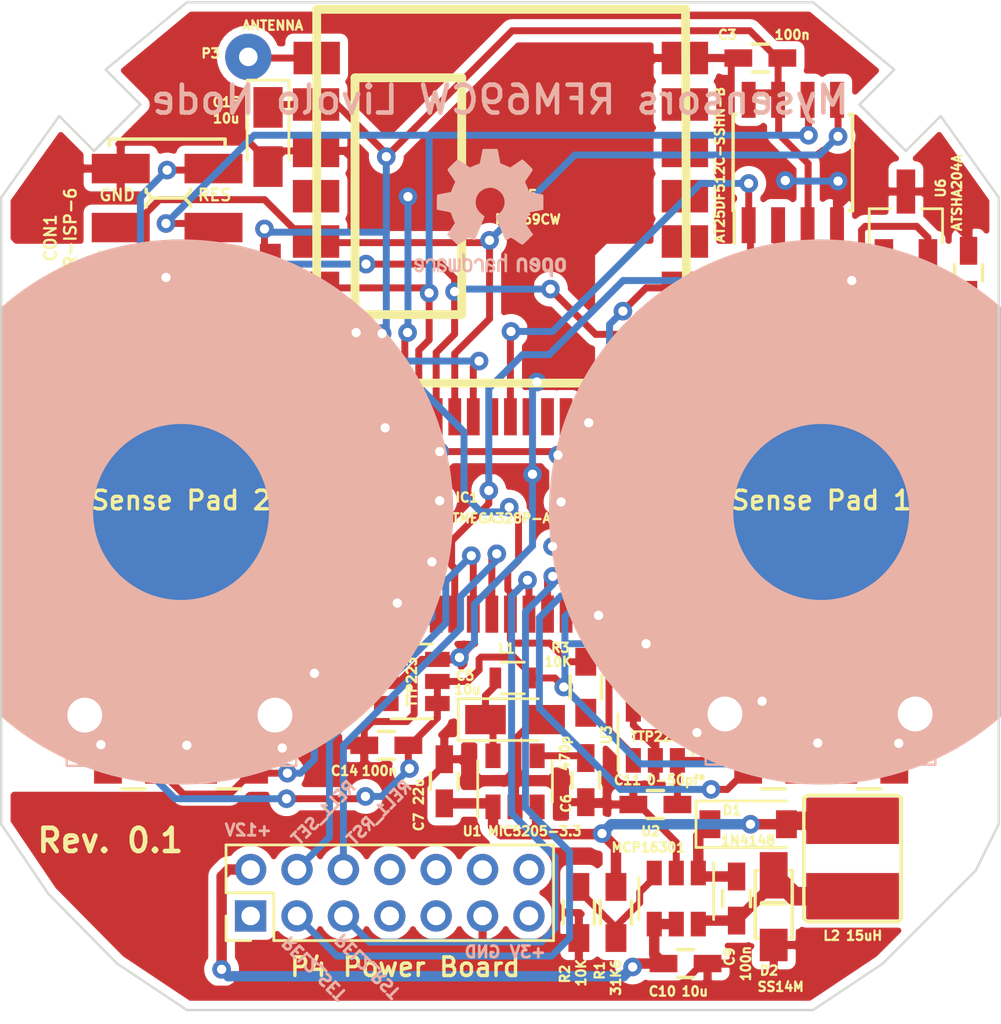
<source format=kicad_pcb>
(kicad_pcb (version 20170123) (host pcbnew no-vcs-found-4f2ed1b~58~ubuntu16.04.1)
  (layers (0 F.Cu signal) (31 B.Cu signal) (34 B.Paste user) (35 F.Paste user) (36 B.SilkS user) (37 F.SilkS user) (38 B.Mask user) (39 F.Mask user) (44 Edge.Cuts user))
  (net 0 "")
  (net 1 +3V3)
  (net 2 GND)
  (net 3 "Net-(C4-Pad2)")
  (net 4 "Net-(C6-Pad1)")
  (net 5 "Net-(C7-Pad1)")
  (net 6 /RESET)
  (net 7 "Net-(C9-Pad2)")
  (net 8 "Net-(C9-Pad1)")
  (net 9 /12Vcc)
  (net 10 "Net-(C11-Pad1)")
  (net 11 "Net-(C12-Pad1)")
  (net 12 /MISO)
  (net 13 /SCK)
  (net 14 /MOSI)
  (net 15 "Net-(D3-Pad2)")
  (net 16 "Net-(D4-Pad1)")
  (net 17 "Net-(D5-Pad1)")
  (net 18 "Net-(D6-Pad2)")
  (net 19 /INT)
  (net 20 /TS2)
  (net 21 /S2_LEDs)
  (net 22 /TS1)
  (net 23 /S1_LEDs)
  (net 24 "Net-(P3-Pad1)")
  (net 25 "Net-(R1-Pad1)")
  (net 26 /Relay2_Reset)
  (net 27 /Relay1_Reset)
  (net 28 /Relay2_Set)
  (net 29 /Relay1_Set)
  (net 30 /ATSHA204A)
  (net 31 /RADIO_SS)
  (net 32 /FLASH_SS)
  (net 33 "Net-(C5-Pad1)")
  (module myfootprints:Livolo_EU_SW_2Ways_Frame_VL-C702X-2_Ver_C1 (layer B.Cu) (at 142.3 92 180)
    (fp_text reference REF** hide)
    (fp_text value Livolo_EU_SW_2Ways_Frame_VL-C702X-2_Ver_C1 hide)
  )
  (module myfootprints:VLCF4020T-150MR68 (layer F.Cu) (at 157.6 107.2)
    (fp_text reference L2 (at -0.9 3.2 -180) (layer F.SilkS) (effects (font (size 0.4 0.4) (thickness 0.1))))
    (fp_text value 15uH (at 0.5 3.2 -180) (layer F.SilkS) (effects (font (size 0.4 0.4) (thickness 0.1))))
    (pad 1 smd rect (at 0 -1.75) (size 4 2) (layers F.Cu F.Paste F.Mask) (net 5 "Net-(C7-Pad1)"))
    (pad 2 smd rect (at 0 1.5) (size 4 2) (layers F.Cu F.Paste F.Mask) (net 7 "Net-(C9-Pad2)"))
  )
  (module myfootprints:SS14M (layer F.Cu) (at 154.2 109.3 270)
    (fp_text reference D2 (at 2.6 0.2) (layer F.SilkS) (effects (font (size 0.4 0.4) (thickness 0.1))))
    (fp_text value SS14M (at 3.3 -0.3) (layer F.SilkS) (effects (font (size 0.4 0.4) (thickness 0.1))))
    (pad 1 smd rect (at -1.5 0 270) (size 2 1.2) (layers F.Cu F.Paste F.Mask) (net 7 "Net-(C9-Pad2)"))
    (pad 2 smd rect (at 1.5 0 270) (size 1.4 1.2) (layers F.Cu F.Paste F.Mask) (net 2 GND))
  )
  (module Resistors_SMD:R_0603_HandSoldering (layer F.Cu) (at 145.8 109.4 90)
    (fp_text reference R2 (at -2.65 -0.6 90) (layer F.SilkS) (effects (font (size 0.4 0.4) (thickness 0.1))))
    (fp_text value 10K (at -2.6 0.1 90) (layer F.SilkS) (effects (font (size 0.4 0.4) (thickness 0.1))))
    (pad 2 smd rect (at 1.1 0 90) (size 1.2 0.9) (layers F.Cu F.Paste F.Mask) (net 25 "Net-(R1-Pad1)"))
    (pad 1 smd rect (at -1.1 0 90) (size 1.2 0.9) (layers F.Cu F.Paste F.Mask) (net 2 GND))
  )
  (module TO_SOT_Packages_SMD:SOT-23-6 (layer F.Cu) (at 150 108.8 270)
    (fp_text reference U2 (at -2.9 1.1) (layer F.SilkS) (effects (font (size 0.4 0.4) (thickness 0.1))))
    (fp_text value MCP16301 (at -2.2 1.2 180) (layer F.SilkS) (effects (font (size 0.4 0.4) (thickness 0.1))))
    (pad 5 smd rect (at 1.1 0 270) (size 1.06 0.65) (layers F.Cu F.Paste F.Mask) (net 9 /12Vcc))
    (pad 6 smd rect (at 1.1 -0.95 270) (size 1.06 0.65) (layers F.Cu F.Paste F.Mask) (net 7 "Net-(C9-Pad2)"))
    (pad 4 smd rect (at 1.1 0.95 270) (size 1.06 0.65) (layers F.Cu F.Paste F.Mask) (net 9 /12Vcc))
    (pad 3 smd rect (at -1.1 0.95 270) (size 1.06 0.65) (layers F.Cu F.Paste F.Mask) (net 25 "Net-(R1-Pad1)"))
    (pad 2 smd rect (at -1.1 0 270) (size 1.06 0.65) (layers F.Cu F.Paste F.Mask) (net 2 GND))
    (pad 1 smd rect (at -1.1 -0.95 270) (size 1.06 0.65) (layers F.Cu F.Paste F.Mask) (net 8 "Net-(C9-Pad1)"))
  )
  (module myfootprints:AVR_ISP_SMT_Small_02x03 (layer F.Cu) (at 128.05 79.9 90)
    (fp_text reference CON1 (at -0.45 -5.03 90) (layer F.SilkS) (effects (font (size 0.5 0.5) (thickness 0.1))))
    (fp_text value AVR-ISP-6 (at -0.43 -4.17 270) (layer F.SilkS) (effects (font (size 0.5 0.5) (thickness 0.1))))
    (pad 2 smd rect (at -2.54 -2 90) (size 1.27 2.5) (layers F.Cu F.Paste F.Mask) (net 1 +3V3))
    (pad 4 smd rect (at 0 -2 90) (size 1.27 2.5) (layers F.Cu F.Paste F.Mask) (net 14 /MOSI))
    (pad 6 smd rect (at 2.54 -2 90) (size 1.27 2.5) (layers F.Cu F.Paste F.Mask) (net 2 GND))
    (pad 5 smd rect (at 2.54 2 90) (size 1.27 2.5) (layers F.Cu F.Paste F.Mask) (net 6 /RESET))
    (pad 3 smd rect (at 0 2 90) (size 1.27 2.5) (layers F.Cu F.Paste F.Mask) (net 13 /SCK))
    (pad 1 smd rect (at -2.5 2 90) (size 1.27 2.5) (layers F.Cu F.Paste F.Mask) (net 12 /MISO))
  )
  (module Capacitors_Tantalum_SMD:CP_Tantalum_Case-R_EIA-2012-12_Wave (layer F.Cu) (at 143.05 101.092)
    (fp_text reference C5 (at -2.15 -1.892) (layer F.SilkS) (effects (font (size 0.4 0.4) (thickness 0.1))))
    (fp_text value 10u (at -2.05 -1.292) (layer F.SilkS) (effects (font (size 0.4 0.4) (thickness 0.1))))
    (pad 1 smd rect (at -1.275 0) (size 1.75 1.26) (layers F.Cu F.Paste F.Mask) (net 33 "Net-(C5-Pad1)"))
    (pad 2 smd rect (at 1.275 0) (size 1.75 1.26) (layers F.Cu F.Paste F.Mask) (net 2 GND))
  )
  (module myfootprints:touch_pad_16mm (layer F.Cu) (at 156.25 92.15)
    (fp_text reference P1 hide)
    (fp_text value "Sense Pad 1" (at 0 -0.5) (layer F.SilkS) (effects (font (size 0.8 0.8))))
    (pad 1 smd circle (at 0 0) (size 15.5 15.5) (layers B.Cu) (net 10 "Net-(C11-Pad1)"))
  )
  (module myfootprints:touch_pad_16mm (layer F.Cu) (at 128.65 92.15)
    (fp_text reference P2 hide)
    (fp_text value "Sense Pad 2" (at 0 -0.5) (layer F.SilkS) (effects (font (size 0.8 0.8))))
    (pad 1 smd circle (at 0 0) (size 15.5 15.5) (layers B.Cu) (net 11 "Net-(C12-Pad1)"))
  )
  (module Resistors_SMD:R_0603_HandSoldering (layer F.Cu) (at 159.766 83.312 180)
    (fp_text reference R10 (at 0.866 -1.238 180) (layer F.SilkS) (effects (font (size 0.4 0.4) (thickness 0.1))))
    (fp_text value 1K (at -0.762 -1.27 180) (layer F.SilkS) (effects (font (size 0.4 0.4) (thickness 0.1))))
    (pad 1 smd rect (at -1.1 0 180) (size 1.2 0.9) (layers F.Cu F.Paste F.Mask) (net 1 +3V3))
    (pad 2 smd rect (at 1.1 0 180) (size 1.2 0.9) (layers F.Cu F.Paste F.Mask) (net 30 /ATSHA204A))
  )
  (module Symbols:OSHW-Logo2_7.3x6mm_SilkScreen (layer B.Cu) (at 141.975 79.275 180)
    (fp_text reference REF*** hide)
    (fp_text value OSHW-Logo2_7.3x6mm_SilkScreen hide)
  )
  (module Capacitors_SMD:C_0603_HandSoldering (layer F.Cu) (at 153.625 72.6)
    (fp_text reference C3 (at -1.425 -1 180) (layer F.SilkS) (effects (font (size 0.4 0.4) (thickness 0.1))))
    (fp_text value 100n (at 1.375 -1 180) (layer F.SilkS) (effects (font (size 0.4 0.4) (thickness 0.1))))
    (pad 1 smd rect (at -0.95 0) (size 1.2 0.75) (layers F.Cu F.Paste F.Mask) (net 2 GND))
    (pad 2 smd rect (at 0.95 0) (size 1.2 0.75) (layers F.Cu F.Paste F.Mask) (net 1 +3V3))
  )
  (module myfootprints:hole_1.5mm (layer F.Cu) (at 152.1 100.85)
    (fp_text reference REF** hide)
    (fp_text value hole_1.5mm hide)
    (pad "" np_thru_hole circle (at 0 0) (size 1.5 1.5) (drill 1.5) (layers *.Cu *.Mask))
  )
  (module myfootprints:hole_1.5mm (layer F.Cu) (at 160.3 100.85)
    (fp_text reference REF** hide)
    (fp_text value hole_1.5mm hide)
    (pad "" np_thru_hole circle (at 0 0) (size 1.5 1.5) (drill 1.5) (layers *.Cu *.Mask))
  )
  (module myfootprints:hole_1.5mm (layer F.Cu) (at 132.7 100.9)
    (fp_text reference REF** hide)
    (fp_text value hole_1.5mm hide)
    (pad "" np_thru_hole circle (at 0 0) (size 1.5 1.5) (drill 1.5) (layers *.Cu *.Mask))
  )
  (module myfootprints:hole_1.5mm (layer F.Cu) (at 124.5 100.9)
    (fp_text reference REF** hide)
    (fp_text value hole_1.5mm hide)
    (pad "" np_thru_hole circle (at 0 0) (size 1.5 1.5) (drill 1.5) (layers *.Cu *.Mask))
  )
  (module Capacitors_SMD:C_0402 (layer F.Cu) (at 137.15 96.9)
    (fp_text reference C4 (at -1.75 -1.35 180) (layer F.SilkS) (effects (font (size 0.4 0.4) (thickness 0.1))))
    (fp_text value 100n (at -1.3 -0.65 180) (layer F.SilkS) (effects (font (size 0.4 0.4) (thickness 0.1))))
    (pad 1 smd rect (at -0.55 0) (size 0.6 0.5) (layers F.Cu F.Paste F.Mask) (net 2 GND))
    (pad 2 smd rect (at 0.55 0) (size 0.6 0.5) (layers F.Cu F.Paste F.Mask) (net 3 "Net-(C4-Pad2)"))
  )
  (module Capacitors_SMD:C_0402 (layer F.Cu) (at 137.35 87.5 180)
    (fp_text reference C2 (at 1.5 0.275 180) (layer F.SilkS) (effects (font (size 0.4 0.4) (thickness 0.1))))
    (fp_text value 100n (at 1.85 -0.4 180) (layer F.SilkS) (effects (font (size 0.4 0.4) (thickness 0.1))))
    (pad 1 smd rect (at -0.55 0 180) (size 0.6 0.5) (layers F.Cu F.Paste F.Mask) (net 2 GND))
    (pad 2 smd rect (at 0.55 0 180) (size 0.6 0.5) (layers F.Cu F.Paste F.Mask) (net 1 +3V3))
  )
  (module Capacitors_SMD:C_0402 (layer F.Cu) (at 147.5 87.5)
    (fp_text reference C1 (at 1.525 -0.3) (layer F.SilkS) (effects (font (size 0.4 0.4) (thickness 0.1))))
    (fp_text value 100n (at 1.95 0.375) (layer F.SilkS) (effects (font (size 0.4 0.4) (thickness 0.1))))
    (pad 1 smd rect (at -0.55 0) (size 0.6 0.5) (layers F.Cu F.Paste F.Mask) (net 1 +3V3))
    (pad 2 smd rect (at 0.55 0) (size 0.6 0.5) (layers F.Cu F.Paste F.Mask) (net 2 GND))
  )
  (module Capacitors_SMD:C_0603_HandSoldering (layer F.Cu) (at 150.4 111.6)
    (fp_text reference C10 (at -1 1.2) (layer F.SilkS) (effects (font (size 0.4 0.4) (thickness 0.1))))
    (fp_text value 10u (at 0.4 1.2 180) (layer F.SilkS) (effects (font (size 0.4 0.4) (thickness 0.1))))
    (pad 1 smd rect (at -0.95 0) (size 1.2 0.75) (layers F.Cu F.Paste F.Mask) (net 9 /12Vcc))
    (pad 2 smd rect (at 0.95 0) (size 1.2 0.75) (layers F.Cu F.Paste F.Mask) (net 2 GND))
  )
  (module Capacitors_SMD:C_0603_HandSoldering (layer F.Cu) (at 140 103.75 90)
    (fp_text reference C7 (at -1.75 -1.1 90) (layer F.SilkS) (effects (font (size 0.4 0.4) (thickness 0.1))))
    (fp_text value 22u (at -0.45 -1.1 270) (layer F.SilkS) (effects (font (size 0.4 0.4) (thickness 0.1))))
    (pad 1 smd rect (at -0.95 0 90) (size 1.2 0.75) (layers F.Cu F.Paste F.Mask) (net 5 "Net-(C7-Pad1)"))
    (pad 2 smd rect (at 0.95 0 90) (size 1.2 0.75) (layers F.Cu F.Paste F.Mask) (net 2 GND))
  )
  (module Capacitors_SMD:C_0603_HandSoldering (layer F.Cu) (at 146.1 103.7 270)
    (fp_text reference C6 (at 1 0.85 270) (layer F.SilkS) (effects (font (size 0.4 0.4) (thickness 0.1))))
    (fp_text value 470p (at -1.15 0.9 270) (layer F.SilkS) (effects (font (size 0.4 0.4) (thickness 0.1))))
    (pad 2 smd rect (at 0.95 0 270) (size 1.2 0.75) (layers F.Cu F.Paste F.Mask) (net 2 GND))
    (pad 1 smd rect (at -0.95 0 270) (size 1.2 0.75) (layers F.Cu F.Paste F.Mask) (net 4 "Net-(C6-Pad1)"))
  )
  (module Capacitors_SMD:C_0603_HandSoldering (layer F.Cu) (at 152.6 108.8 270)
    (fp_text reference C9 (at 2.5 0.3 270) (layer F.SilkS) (effects (font (size 0.4 0.4) (thickness 0.1))))
    (fp_text value 100n (at 2.8 -0.4 90) (layer F.SilkS) (effects (font (size 0.4 0.4) (thickness 0.1))))
    (pad 2 smd rect (at 0.95 0 270) (size 1.2 0.75) (layers F.Cu F.Paste F.Mask) (net 7 "Net-(C9-Pad2)"))
    (pad 1 smd rect (at -0.95 0 270) (size 1.2 0.75) (layers F.Cu F.Paste F.Mask) (net 8 "Net-(C9-Pad1)"))
  )
  (module Capacitors_SMD:C_0603_HandSoldering (layer F.Cu) (at 149.1 104.75 180)
    (fp_text reference C11 (at 1.2 1.05 180) (layer F.SilkS) (effects (font (size 0.4 0.4) (thickness 0.1))))
    (fp_text value 0-50pf* (at -0.9 1.05 180) (layer F.SilkS) (effects (font (size 0.4 0.4) (thickness 0.1))))
    (pad 1 smd rect (at -0.95 0 180) (size 1.2 0.75) (layers F.Cu F.Paste F.Mask) (net 10 "Net-(C11-Pad1)"))
    (pad 2 smd rect (at 0.95 0 180) (size 1.2 0.75) (layers F.Cu F.Paste F.Mask) (net 2 GND))
  )
  (module Capacitors_SMD:C_0603_HandSoldering (layer F.Cu) (at 135.7 99.35 90)
    (fp_text reference C12 (at -0.85 -1.1 90) (layer F.SilkS) (effects (font (size 0.4 0.4) (thickness 0.1))))
    (fp_text value 0-50pf* (at 1.95 -1.1 90) (layer F.SilkS) (effects (font (size 0.4 0.4) (thickness 0.1))))
    (pad 1 smd rect (at -0.95 0 90) (size 1.2 0.75) (layers F.Cu F.Paste F.Mask) (net 11 "Net-(C12-Pad1)"))
    (pad 2 smd rect (at 0.95 0 90) (size 1.2 0.75) (layers F.Cu F.Paste F.Mask) (net 2 GND))
  )
  (module Capacitors_SMD:C_0603_HandSoldering (layer F.Cu) (at 149.1 98.9 180)
    (fp_text reference C13 (at -0.925 1.825 180) (layer F.SilkS) (effects (font (size 0.4 0.4) (thickness 0.1))))
    (fp_text value 100n (at -1.125 1.075 180) (layer F.SilkS) (effects (font (size 0.4 0.4) (thickness 0.1))))
    (pad 2 smd rect (at 0.95 0 180) (size 1.2 0.75) (layers F.Cu F.Paste F.Mask) (net 2 GND))
    (pad 1 smd rect (at -0.95 0 180) (size 1.2 0.75) (layers F.Cu F.Paste F.Mask) (net 1 +3V3))
  )
  (module Capacitors_SMD:C_0603_HandSoldering (layer F.Cu) (at 137.5 102.2 180)
    (fp_text reference C14 (at 1.8 -1.1) (layer F.SilkS) (effects (font (size 0.4 0.4) (thickness 0.1))))
    (fp_text value 100n (at 0.3 -1.1 180) (layer F.SilkS) (effects (font (size 0.4 0.4) (thickness 0.1))))
    (pad 2 smd rect (at 0.95 0 180) (size 1.2 0.75) (layers F.Cu F.Paste F.Mask) (net 2 GND))
    (pad 1 smd rect (at -0.95 0 180) (size 1.2 0.75) (layers F.Cu F.Paste F.Mask) (net 1 +3V3))
  )
  (module Diodes_SMD:SOD-123 (layer F.Cu) (at 153.1 105.6)
    (fp_text reference D1 (at -0.7 -0.6 180) (layer F.SilkS) (effects (font (size 0.4 0.4) (thickness 0.1))))
    (fp_text value 1N4148 (at 0 0.7) (layer F.SilkS) (effects (font (size 0.4 0.4) (thickness 0.1))))
    (pad 2 smd rect (at 1.65 0) (size 0.9 1.2) (layers F.Cu F.Paste F.Mask) (net 5 "Net-(C7-Pad1)"))
    (pad 1 smd rect (at -1.65 0) (size 0.9 1.2) (layers F.Cu F.Paste F.Mask) (net 8 "Net-(C9-Pad1)"))
  )
  (module Diodes_SMD:D_0603 (layer B.Cu) (at 130.5 102.15 180)
    (fp_text reference D3 (at -0.9 1.05 180) (layer B.SilkS) (effects (font (size 0.4 0.4) (thickness 0.1)) (justify mirror)))
    (fp_text value Blue (at 0.6 1.05 180) (layer B.SilkS) (effects (font (size 0.4 0.4) (thickness 0.1)) (justify mirror)))
    (pad 2 smd rect (at 0.85 0 180) (size 0.6 0.8) (layers B.Cu B.Paste B.Mask) (net 15 "Net-(D3-Pad2)"))
    (pad 1 smd rect (at -0.85 0 180) (size 0.6 0.8) (layers B.Cu B.Paste B.Mask) (net 2 GND))
  )
  (module Diodes_SMD:D_0603 (layer B.Cu) (at 126.85 102.15)
    (fp_text reference D4 (at 0.9 -1.05) (layer B.SilkS) (effects (font (size 0.4 0.4) (thickness 0.1)) (justify mirror)))
    (fp_text value Red (at -0.6 -1.05) (layer B.SilkS) (effects (font (size 0.4 0.4) (thickness 0.1)) (justify mirror)))
    (pad 1 smd rect (at -0.85 0) (size 0.6 0.8) (layers B.Cu B.Paste B.Mask) (net 16 "Net-(D4-Pad1)"))
    (pad 2 smd rect (at 0.85 0) (size 0.6 0.8) (layers B.Cu B.Paste B.Mask) (net 1 +3V3))
  )
  (module Diodes_SMD:D_0603 (layer B.Cu) (at 157.95 102.15 180)
    (fp_text reference D5 (at -0.85 1.05 180) (layer B.SilkS) (effects (font (size 0.4 0.4) (thickness 0.1)) (justify mirror)))
    (fp_text value Red (at 0.65 1.05 180) (layer B.SilkS) (effects (font (size 0.4 0.4) (thickness 0.1)) (justify mirror)))
    (pad 1 smd rect (at -0.85 0 180) (size 0.6 0.8) (layers B.Cu B.Paste B.Mask) (net 17 "Net-(D5-Pad1)"))
    (pad 2 smd rect (at 0.85 0 180) (size 0.6 0.8) (layers B.Cu B.Paste B.Mask) (net 1 +3V3))
  )
  (module Diodes_SMD:D_0603 (layer B.Cu) (at 154.6 102.15)
    (fp_text reference D6 (at 1 -1.05) (layer B.SilkS) (effects (font (size 0.4 0.4) (thickness 0.1)) (justify mirror)))
    (fp_text value Blue (at -0.6 -1.05) (layer B.SilkS) (effects (font (size 0.4 0.4) (thickness 0.1)) (justify mirror)))
    (pad 2 smd rect (at 0.85 0) (size 0.6 0.8) (layers B.Cu B.Paste B.Mask) (net 18 "Net-(D6-Pad2)"))
    (pad 1 smd rect (at -0.85 0) (size 0.6 0.8) (layers B.Cu B.Paste B.Mask) (net 2 GND))
  )
  (module Housings_QFP:TQFP-32_7x7mm_Pitch0.8mm (layer F.Cu) (at 142.45 92.3 180)
    (fp_text reference IC1 (at 1.475 0.775) (layer F.SilkS) (effects (font (size 0.4 0.4) (thickness 0.1))))
    (fp_text value ATMEGA328P-AU (at -0.05 -0.125) (layer F.SilkS) (effects (font (size 0.4 0.4) (thickness 0.1))))
    (pad 32 smd rect (at -2.8 -4.25 270) (size 1.6 0.55) (layers F.Cu F.Paste F.Mask) (net 19 /INT))
    (pad 31 smd rect (at -2 -4.25 270) (size 1.6 0.55) (layers F.Cu F.Paste F.Mask) (net 26 /Relay2_Reset))
    (pad 30 smd rect (at -1.2 -4.25 270) (size 1.6 0.55) (layers F.Cu F.Paste F.Mask) (net 28 /Relay2_Set))
    (pad 29 smd rect (at -0.4 -4.25 270) (size 1.6 0.55) (layers F.Cu F.Paste F.Mask) (net 6 /RESET))
    (pad 28 smd rect (at 0.4 -4.25 270) (size 1.6 0.55) (layers F.Cu F.Paste F.Mask) (net 27 /Relay1_Reset))
    (pad 27 smd rect (at 1.2 -4.25 270) (size 1.6 0.55) (layers F.Cu F.Paste F.Mask) (net 29 /Relay1_Set))
    (pad 26 smd rect (at 2 -4.25 270) (size 1.6 0.55) (layers F.Cu F.Paste F.Mask) (net 30 /ATSHA204A))
    (pad 25 smd rect (at 2.8 -4.25 270) (size 1.6 0.55) (layers F.Cu F.Paste F.Mask))
    (pad 24 smd rect (at 4.25 -2.8 180) (size 1.6 0.55) (layers F.Cu F.Paste F.Mask) (net 20 /TS2))
    (pad 23 smd rect (at 4.25 -2 180) (size 1.6 0.55) (layers F.Cu F.Paste F.Mask) (net 21 /S2_LEDs))
    (pad 22 smd rect (at 4.25 -1.2 180) (size 1.6 0.55) (layers F.Cu F.Paste F.Mask))
    (pad 21 smd rect (at 4.25 -0.4 180) (size 1.6 0.55) (layers F.Cu F.Paste F.Mask) (net 2 GND))
    (pad 20 smd rect (at 4.25 0.4 180) (size 1.6 0.55) (layers F.Cu F.Paste F.Mask) (net 3 "Net-(C4-Pad2)"))
    (pad 19 smd rect (at 4.25 1.2 180) (size 1.6 0.55) (layers F.Cu F.Paste F.Mask))
    (pad 18 smd rect (at 4.25 2 180) (size 1.6 0.55) (layers F.Cu F.Paste F.Mask) (net 1 +3V3))
    (pad 17 smd rect (at 4.25 2.8 180) (size 1.6 0.55) (layers F.Cu F.Paste F.Mask) (net 13 /SCK))
    (pad 16 smd rect (at 2.8 4.25 270) (size 1.6 0.55) (layers F.Cu F.Paste F.Mask) (net 12 /MISO))
    (pad 15 smd rect (at 2 4.25 270) (size 1.6 0.55) (layers F.Cu F.Paste F.Mask) (net 14 /MOSI))
    (pad 14 smd rect (at 1.2 4.25 270) (size 1.6 0.55) (layers F.Cu F.Paste F.Mask) (net 31 /RADIO_SS))
    (pad 13 smd rect (at 0.4 4.25 270) (size 1.6 0.55) (layers F.Cu F.Paste F.Mask))
    (pad 12 smd rect (at -0.4 4.25 270) (size 1.6 0.55) (layers F.Cu F.Paste F.Mask) (net 32 /FLASH_SS))
    (pad 11 smd rect (at -1.2 4.25 270) (size 1.6 0.55) (layers F.Cu F.Paste F.Mask))
    (pad 10 smd rect (at -2 4.25 270) (size 1.6 0.55) (layers F.Cu F.Paste F.Mask))
    (pad 9 smd rect (at -2.8 4.25 270) (size 1.6 0.55) (layers F.Cu F.Paste F.Mask))
    (pad 8 smd rect (at -4.25 2.8 180) (size 1.6 0.55) (layers F.Cu F.Paste F.Mask))
    (pad 7 smd rect (at -4.25 2 180) (size 1.6 0.55) (layers F.Cu F.Paste F.Mask))
    (pad 6 smd rect (at -4.25 1.2 180) (size 1.6 0.55) (layers F.Cu F.Paste F.Mask) (net 1 +3V3))
    (pad 5 smd rect (at -4.25 0.4 180) (size 1.6 0.55) (layers F.Cu F.Paste F.Mask) (net 2 GND))
    (pad 4 smd rect (at -4.25 -0.4 180) (size 1.6 0.55) (layers F.Cu F.Paste F.Mask) (net 1 +3V3))
    (pad 3 smd rect (at -4.25 -1.2 180) (size 1.6 0.55) (layers F.Cu F.Paste F.Mask) (net 2 GND))
    (pad 2 smd rect (at -4.25 -2 180) (size 1.6 0.55) (layers F.Cu F.Paste F.Mask) (net 23 /S1_LEDs))
    (pad 1 smd rect (at -4.25 -2.8 180) (size 1.6 0.55) (layers F.Cu F.Paste F.Mask) (net 22 /TS1))
  )
  (module Wire_Pads:SolderWirePad_single_0-8mmDrill (layer F.Cu) (at 131.55 72.55)
    (fp_text reference P3 (at -1.625 -0.15) (layer F.SilkS) (effects (font (size 0.4 0.4) (thickness 0.1))))
    (fp_text value ANTENNA (at 1.05 -1.35) (layer F.SilkS) (effects (font (size 0.4 0.4) (thickness 0.1))))
    (pad 1 thru_hole circle (at 0 0) (size 1.99898 1.99898) (drill 0.8001) (layers *.Cu *.Mask) (net 24 "Net-(P3-Pad1)"))
  )
  (module Resistors_SMD:R_0603_HandSoldering (layer F.Cu) (at 147.4 109.4 90)
    (fp_text reference R1 (at -2.5 -0.7 90) (layer F.SilkS) (effects (font (size 0.4 0.4) (thickness 0.1))))
    (fp_text value 31K6 (at -2.8 0 90) (layer F.SilkS) (effects (font (size 0.4 0.4) (thickness 0.1))))
    (pad 1 smd rect (at -1.1 0 90) (size 1.2 0.9) (layers F.Cu F.Paste F.Mask) (net 25 "Net-(R1-Pad1)"))
    (pad 2 smd rect (at 1.1 0 90) (size 1.2 0.9) (layers F.Cu F.Paste F.Mask) (net 5 "Net-(C7-Pad1)"))
  )
  (module Resistors_SMD:R_0603_HandSoldering (layer F.Cu) (at 146.1 99.7 90)
    (fp_text reference R3 (at 1.7 -1.1 180) (layer F.SilkS) (effects (font (size 0.4 0.4) (thickness 0.1))))
    (fp_text value 10K (at 1.1 -1.2) (layer F.SilkS) (effects (font (size 0.4 0.4) (thickness 0.1))))
    (pad 1 smd rect (at -1.1 0 90) (size 1.2 0.9) (layers F.Cu F.Paste F.Mask) (net 1 +3V3))
    (pad 2 smd rect (at 1.1 0 90) (size 1.2 0.9) (layers F.Cu F.Paste F.Mask) (net 6 /RESET))
  )
  (module Resistors_SMD:R_0603_HandSoldering (layer F.Cu) (at 132.5 82.3 90)
    (fp_text reference R4 (at -2.35 0.075 180) (layer F.SilkS) (effects (font (size 0.4 0.4) (thickness 0.1))))
    (fp_text value 56K (at -3.125 0.05 180) (layer F.SilkS) (effects (font (size 0.4 0.4) (thickness 0.1))))
    (pad 2 smd rect (at 1.1 0 90) (size 1.2 0.9) (layers F.Cu F.Paste F.Mask) (net 1 +3V3))
    (pad 1 smd rect (at -1.1 0 90) (size 1.2 0.9) (layers F.Cu F.Paste F.Mask) (net 31 /RADIO_SS))
  )
  (module Resistors_SMD:R_0603_HandSoldering (layer F.Cu) (at 154.2 103.4 180)
    (fp_text reference R5 (at 0.9 1.2 180) (layer F.SilkS) (effects (font (size 0.4 0.4) (thickness 0.1))))
    (fp_text value 1K* (at -0.7 1.2 180) (layer F.SilkS) (effects (font (size 0.4 0.4) (thickness 0.1))))
    (pad 1 smd rect (at -1.1 0 180) (size 1.2 0.9) (layers F.Cu F.Paste F.Mask) (net 18 "Net-(D6-Pad2)"))
    (pad 2 smd rect (at 1.1 0 180) (size 1.2 0.9) (layers F.Cu F.Paste F.Mask) (net 23 /S1_LEDs))
  )
  (module Resistors_SMD:R_0603_HandSoldering (layer F.Cu) (at 158.3 103.4 180)
    (fp_text reference R6 (at 1.2 1.2) (layer F.SilkS) (effects (font (size 0.4 0.4) (thickness 0.1))))
    (fp_text value 1K* (at -0.1 1.2) (layer F.SilkS) (effects (font (size 0.4 0.4) (thickness 0.1))))
    (pad 2 smd rect (at 1.1 0 180) (size 1.2 0.9) (layers F.Cu F.Paste F.Mask) (net 23 /S1_LEDs))
    (pad 1 smd rect (at -1.1 0 180) (size 1.2 0.9) (layers F.Cu F.Paste F.Mask) (net 17 "Net-(D5-Pad1)"))
  )
  (module Resistors_SMD:R_0603_HandSoldering (layer F.Cu) (at 130.7 103.4)
    (fp_text reference R7 (at -0.7 -1.2) (layer F.SilkS) (effects (font (size 0.4 0.4) (thickness 0.1))))
    (fp_text value 1K* (at 0.7 -1.2) (layer F.SilkS) (effects (font (size 0.4 0.4) (thickness 0.1))))
    (pad 1 smd rect (at -1.1 0) (size 1.2 0.9) (layers F.Cu F.Paste F.Mask) (net 15 "Net-(D3-Pad2)"))
    (pad 2 smd rect (at 1.1 0) (size 1.2 0.9) (layers F.Cu F.Paste F.Mask) (net 21 /S2_LEDs))
  )
  (module Resistors_SMD:R_0603_HandSoldering (layer F.Cu) (at 126.6 103.4)
    (fp_text reference R8 (at -0.3 -1.2 -180) (layer F.SilkS) (effects (font (size 0.4 0.4) (thickness 0.1))))
    (fp_text value 1K* (at 1 -1.2 -180) (layer F.SilkS) (effects (font (size 0.4 0.4) (thickness 0.1))))
    (pad 2 smd rect (at 1.1 0) (size 1.2 0.9) (layers F.Cu F.Paste F.Mask) (net 21 /S2_LEDs))
    (pad 1 smd rect (at -1.1 0) (size 1.2 0.9) (layers F.Cu F.Paste F.Mask) (net 16 "Net-(D4-Pad1)"))
  )
  (module TO_SOT_Packages_SMD:SOT-23-5 (layer F.Cu) (at 143.05 103.75 90)
    (fp_text reference U1 (at -2.15 -1.85 180) (layer F.SilkS) (effects (font (size 0.4 0.4) (thickness 0.1))))
    (fp_text value MIC5205-3.3 (at -2.15 0.85 180) (layer F.SilkS) (effects (font (size 0.4 0.4) (thickness 0.1))))
    (pad 5 smd rect (at 1.1 -0.95 90) (size 1.06 0.65) (layers F.Cu F.Paste F.Mask) (net 33 "Net-(C5-Pad1)"))
    (pad 4 smd rect (at 1.1 0.95 90) (size 1.06 0.65) (layers F.Cu F.Paste F.Mask) (net 4 "Net-(C6-Pad1)"))
    (pad 3 smd rect (at -1.1 0.95 90) (size 1.06 0.65) (layers F.Cu F.Paste F.Mask) (net 5 "Net-(C7-Pad1)"))
    (pad 2 smd rect (at -1.1 0 90) (size 1.06 0.65) (layers F.Cu F.Paste F.Mask) (net 2 GND))
    (pad 1 smd rect (at -1.1 -0.95 90) (size 1.06 0.65) (layers F.Cu F.Paste F.Mask) (net 5 "Net-(C7-Pad1)"))
  )
  (module TO_SOT_Packages_SMD:SOT-23-6 (layer F.Cu) (at 149.1 101.75 90)
    (fp_text reference U3 (at 0 -2.1 270) (layer F.SilkS) (effects (font (size 0.4 0.4) (thickness 0.1))))
    (fp_text value TTP223 (at -0.075 0) (layer F.SilkS) (effects (font (size 0.4 0.4) (thickness 0.1))))
    (pad 5 smd rect (at 1.1 0 90) (size 1.06 0.65) (layers F.Cu F.Paste F.Mask) (net 1 +3V3))
    (pad 6 smd rect (at 1.1 -0.95 90) (size 1.06 0.65) (layers F.Cu F.Paste F.Mask) (net 2 GND))
    (pad 4 smd rect (at 1.1 0.95 90) (size 1.06 0.65) (layers F.Cu F.Paste F.Mask) (net 1 +3V3))
    (pad 3 smd rect (at -1.1 0.95 90) (size 1.06 0.65) (layers F.Cu F.Paste F.Mask) (net 10 "Net-(C11-Pad1)"))
    (pad 2 smd rect (at -1.1 0 90) (size 1.06 0.65) (layers F.Cu F.Paste F.Mask) (net 2 GND))
    (pad 1 smd rect (at -1.1 -0.95 90) (size 1.06 0.65) (layers F.Cu F.Paste F.Mask) (net 22 /TS1))
  )
  (module TO_SOT_Packages_SMD:SOT-23-6 (layer F.Cu) (at 138.6 99.45)
    (fp_text reference U4 (at -0.05 -2) (layer F.SilkS) (effects (font (size 0.4 0.4) (thickness 0.1))))
    (fp_text value TTP223 (at 0 0.025 90) (layer F.SilkS) (effects (font (size 0.4 0.4) (thickness 0.1))))
    (pad 1 smd rect (at -1.1 -0.95) (size 1.06 0.65) (layers F.Cu F.Paste F.Mask) (net 20 /TS2))
    (pad 2 smd rect (at -1.1 0) (size 1.06 0.65) (layers F.Cu F.Paste F.Mask) (net 2 GND))
    (pad 3 smd rect (at -1.1 0.95) (size 1.06 0.65) (layers F.Cu F.Paste F.Mask) (net 11 "Net-(C12-Pad1)"))
    (pad 4 smd rect (at 1.1 0.95) (size 1.06 0.65) (layers F.Cu F.Paste F.Mask) (net 1 +3V3))
    (pad 6 smd rect (at 1.1 -0.95) (size 1.06 0.65) (layers F.Cu F.Paste F.Mask) (net 2 GND))
    (pad 5 smd rect (at 1.1 0) (size 1.06 0.65) (layers F.Cu F.Paste F.Mask) (net 1 +3V3))
  )
  (module myfootprints:RFM69CW (layer F.Cu) (at 142.45 78.55)
    (fp_text reference U5 (at 1.15 -0.05) (layer F.SilkS) (effects (font (size 0.4 0.4) (thickness 0.1))))
    (fp_text value RFM69CW (at 1.15 1) (layer F.SilkS) (effects (font (size 0.4 0.4) (thickness 0.1))))
    (pad 1 smd rect (at -7.9502 -5.95122) (size 1.99898 1.39954) (layers F.Cu F.Paste F.Mask) (net 24 "Net-(P3-Pad1)"))
    (pad 2 smd rect (at -7.97814 -3.9497) (size 1.99898 1.39954) (layers F.Cu F.Paste F.Mask) (net 1 +3V3))
    (pad 3 smd rect (at -7.97814 -1.95072) (size 1.99898 1.39954) (layers F.Cu F.Paste F.Mask) (net 2 GND))
    (pad 4 smd rect (at -7.97814 0) (size 1.99898 1.39954) (layers F.Cu F.Paste F.Mask))
    (pad 5 smd rect (at -7.97814 1.95072) (size 1.99898 1.39954) (layers F.Cu F.Paste F.Mask) (net 14 /MOSI))
    (pad 6 smd rect (at -7.97814 3.9497) (size 1.99898 1.39954) (layers F.Cu F.Paste F.Mask) (net 13 /SCK))
    (pad 7 smd rect (at -7.97814 5.95122) (size 1.99898 1.39954) (layers F.Cu F.Paste F.Mask) (net 31 /RADIO_SS))
    (pad 8 smd rect (at 7.92226 5.95122) (size 1.99898 1.39954) (layers F.Cu F.Paste F.Mask) (net 12 /MISO))
    (pad 9 smd rect (at 7.92226 3.9497) (size 1.99898 1.39954) (layers F.Cu F.Paste F.Mask) (net 19 /INT))
    (pad 10 smd rect (at 7.92226 1.95072) (size 1.99898 1.39954) (layers F.Cu F.Paste F.Mask))
    (pad 11 smd rect (at 7.92226 0) (size 1.99898 1.39954) (layers F.Cu F.Paste F.Mask))
    (pad 12 smd rect (at 7.92226 -1.95072) (size 1.99898 1.39954) (layers F.Cu F.Paste F.Mask))
    (pad 13 smd rect (at 7.92226 -3.9497) (size 1.99898 1.39954) (layers F.Cu F.Paste F.Mask))
    (pad 14 smd rect (at 7.92226 -5.95122) (size 1.99898 1.39954) (layers F.Cu F.Paste F.Mask) (net 2 GND))
  )
  (module Capacitors_SMD:C_0603_HandSoldering (layer F.Cu) (at 162.6 81.85 270)
    (fp_text reference C16 (at 2.95 0.45 270) (layer F.SilkS) (effects (font (size 0.4 0.4) (thickness 0.1))))
    (fp_text value 100n (at 2.7 -0.3 270) (layer F.SilkS) (effects (font (size 0.4 0.4) (thickness 0.1))))
    (pad 2 smd rect (at 0.95 0 270) (size 1.2 0.75) (layers F.Cu F.Paste F.Mask) (net 1 +3V3))
    (pad 1 smd rect (at -0.95 0 270) (size 1.2 0.75) (layers F.Cu F.Paste F.Mask) (net 2 GND))
  )
  (module Resistors_SMD:R_0603_HandSoldering (layer F.Cu) (at 154.3 81.7 180)
    (fp_text reference R9 (at 0.475 -1.375 180) (layer F.SilkS) (effects (font (size 0.4 0.4) (thickness 0.1))))
    (fp_text value 56K (at -1.05 -1.375 180) (layer F.SilkS) (effects (font (size 0.4 0.4) (thickness 0.1))))
    (pad 2 smd rect (at 1.1 0 180) (size 1.2 0.9) (layers F.Cu F.Paste F.Mask) (net 32 /FLASH_SS))
    (pad 1 smd rect (at -1.1 0 180) (size 1.2 0.9) (layers F.Cu F.Paste F.Mask) (net 1 +3V3))
  )
  (module Housings_SOIC:SOIC-8_3.9x4.9mm_Pitch1.27mm (layer F.Cu) (at 155.025 77.1 90)
    (fp_text reference U6 (at -1.1 6.375 270) (layer F.SilkS) (effects (font (size 0.4 0.4) (thickness 0.1))))
    (fp_text value AT25DF512C-SSHN-B (at -0.1 -3.15 90) (layer F.SilkS) (effects (font (size 0.4 0.4) (thickness 0.1))))
    (pad 8 smd rect (at 2.7 -1.905 90) (size 1.55 0.6) (layers F.Cu F.Paste F.Mask) (net 1 +3V3))
    (pad 7 smd rect (at 2.7 -0.635 90) (size 1.55 0.6) (layers F.Cu F.Paste F.Mask) (net 1 +3V3))
    (pad 6 smd rect (at 2.7 0.635 90) (size 1.55 0.6) (layers F.Cu F.Paste F.Mask) (net 13 /SCK))
    (pad 5 smd rect (at 2.7 1.905 90) (size 1.55 0.6) (layers F.Cu F.Paste F.Mask) (net 14 /MOSI))
    (pad 4 smd rect (at -2.7 1.905 90) (size 1.55 0.6) (layers F.Cu F.Paste F.Mask) (net 2 GND))
    (pad 3 smd rect (at -2.7 0.635 90) (size 1.55 0.6) (layers F.Cu F.Paste F.Mask) (net 1 +3V3))
    (pad 2 smd rect (at -2.7 -0.635 90) (size 1.55 0.6) (layers F.Cu F.Paste F.Mask) (net 12 /MISO))
    (pad 1 smd rect (at -2.7 -1.905 90) (size 1.55 0.6) (layers F.Cu F.Paste F.Mask) (net 32 /FLASH_SS))
  )
  (module TO_SOT_Packages_SMD:SOT-23_Handsoldering (layer F.Cu) (at 159.9 79.85 90)
    (fp_text reference U7 (at -2.625 -8.025 90) (layer F.SilkS) (effects (font (size 0.4 0.4) (thickness 0.1))))
    (fp_text value ATSHA204A (at 1.45 2.2 270) (layer F.SilkS) (effects (font (size 0.4 0.4) (thickness 0.1))))
    (pad 3 smd rect (at 1.5 0 90) (size 1.9 0.8) (layers F.Cu F.Paste F.Mask) (net 2 GND))
    (pad 2 smd rect (at -1.5 0.95 90) (size 1.9 0.8) (layers F.Cu F.Paste F.Mask) (net 1 +3V3))
    (pad 1 smd rect (at -1.5 -0.95 90) (size 1.9 0.8) (layers F.Cu F.Paste F.Mask) (net 30 /ATSHA204A))
  )
  (module Resistors_SMD:R_0603 (layer F.Cu) (at 142.95 99.3 180)
    (fp_text reference L1 (at 0.266 1.27 180) (layer F.SilkS) (effects (font (size 0.4 0.4) (thickness 0.1))))
    (fp_text value BLM18HE152SN1D hide)
    (pad 2 smd rect (at 0.75 0 180) (size 0.5 0.9) (layers F.Cu F.Paste F.Mask) (net 33 "Net-(C5-Pad1)"))
    (pad 1 smd rect (at -0.75 0 180) (size 0.5 0.9) (layers F.Cu F.Paste F.Mask) (net 1 +3V3))
  )
  (module Capacitors_Tantalum_SMD:CP_Tantalum_Case-R_EIA-2012-12_Wave (layer F.Cu) (at 132.4 76 270)
    (fp_text reference C15 (at -1.5 1.8) (layer F.SilkS) (effects (font (size 0.4 0.4) (thickness 0.1))))
    (fp_text value 10u (at -0.8 1.8) (layer F.SilkS) (effects (font (size 0.4 0.4) (thickness 0.1))))
    (pad 2 smd rect (at 1.275 0 270) (size 1.75 1.26) (layers F.Cu F.Paste F.Mask) (net 2 GND))
    (pad 1 smd rect (at -1.275 0 270) (size 1.75 1.26) (layers F.Cu F.Paste F.Mask) (net 1 +3V3))
  )
  (module Pin_Headers:Pin_Header_Straight_2x07_Pitch2.00mm (layer F.Cu) (at 131.65 109.55 90)
    (fp_text reference P4 (at -2.2 2.5 180) (layer F.SilkS) (effects (font (size 0.8 0.8))))
    (fp_text value "Power Board" (at -2.2 7.8 180) (layer F.SilkS) (effects (font (size 0.8 0.8))))
    (pad 14 thru_hole oval (at 2 12 90) (size 1.35 1.35) (drill 0.8) (layers *.Cu *.Mask))
    (pad 13 thru_hole oval (at 0 12 90) (size 1.35 1.35) (drill 0.8) (layers *.Cu *.Mask))
    (pad 12 thru_hole oval (at 2 10 90) (size 1.35 1.35) (drill 0.8) (layers *.Cu *.Mask))
    (pad 11 thru_hole oval (at 0 10 90) (size 1.35 1.35) (drill 0.8) (layers *.Cu *.Mask) (net 2 GND))
    (pad 10 thru_hole oval (at 2 8 90) (size 1.35 1.35) (drill 0.8) (layers *.Cu *.Mask))
    (pad 9 thru_hole oval (at 0 8 90) (size 1.35 1.35) (drill 0.8) (layers *.Cu *.Mask))
    (pad 8 thru_hole oval (at 2 6 90) (size 1.35 1.35) (drill 0.8) (layers *.Cu *.Mask))
    (pad 7 thru_hole oval (at 0 6 90) (size 1.35 1.35) (drill 0.8) (layers *.Cu *.Mask))
    (pad 6 thru_hole oval (at 2 4 90) (size 1.35 1.35) (drill 0.8) (layers *.Cu *.Mask) (net 27 /Relay1_Reset))
    (pad 5 thru_hole oval (at 0 4 90) (size 1.35 1.35) (drill 0.8) (layers *.Cu *.Mask) (net 28 /Relay2_Set))
    (pad 4 thru_hole oval (at 2 2 90) (size 1.35 1.35) (drill 0.8) (layers *.Cu *.Mask) (net 29 /Relay1_Set))
    (pad 3 thru_hole oval (at 0 2 90) (size 1.35 1.35) (drill 0.8) (layers *.Cu *.Mask) (net 26 /Relay2_Reset))
    (pad 2 thru_hole oval (at 2 0 90) (size 1.35 1.35) (drill 0.8) (layers *.Cu *.Mask) (net 9 /12Vcc))
    (pad 1 thru_hole rect (at 0 0 90) (size 1.35 1.35) (drill 0.8) (layers *.Cu *.Mask))
  )
  (gr_text +3V (at 143.6 111.1) (layer B.SilkS) (effects (font (size 0.5 0.5) (thickness 0.12)) (justify mirror)))
  (gr_line (start 158.90064 111.60234) (end 162.91 107.59) (layer Edge.Cuts) (width 0.1))
  (gr_line (start 157.89988 74.60216) (end 159.89886 76.60114) (layer Edge.Cuts) (width 0.1))
  (gr_line (start 125.89842 111.60234) (end 128.9007 113.60132) (layer Edge.Cuts) (width 0.1))
  (gr_line (start 163.89936 105.60032) (end 163.89936 78.60012) (layer Edge.Cuts) (width 0.1))
  (gr_line (start 126.89918 74.60216) (end 125.40058 73.10102) (layer Edge.Cuts) (width 0.1))
  (gr_line (start 155.9 70.2) (end 159.39848 73.10102) (layer Edge.Cuts) (width 0.1))
  (gr_line (start 162.91 107.59) (end 163.89936 105.60032) (layer Edge.Cuts) (width 0.1))
  (gr_line (start 120.8997 105.60032) (end 120.8997 78.60012) (layer Edge.Cuts) (width 0.1))
  (gr_line (start 123.39906 75.1) (end 124.9002 76.60114) (layer Edge.Cuts) (width 0.1))
  (gr_line (start 124.9002 76.60114) (end 126.89918 74.60216) (layer Edge.Cuts) (width 0.1))
  (gr_line (start 125.40058 73.10102) (end 128.9 70.2) (layer Edge.Cuts) (width 0.1))
  (gr_line (start 128.9 70.2) (end 155.89766 70.2) (layer Edge.Cuts) (width 0.1))
  (gr_line (start 159.89886 76.60114) (end 161.4 75.1) (layer Edge.Cuts) (width 0.1))
  (gr_line (start 122.94 108.61) (end 125.89842 111.60234) (layer Edge.Cuts) (width 0.1))
  (gr_line (start 155.89836 113.60132) (end 158.90064 111.60234) (layer Edge.Cuts) (width 0.1))
  (gr_line (start 128.9007 113.60132) (end 155.89836 113.60132) (layer Edge.Cuts) (width 0.1))
  (gr_line (start 120.8997 105.60032) (end 122.94 108.61) (layer Edge.Cuts) (width 0.1))
  (gr_line (start 159.39848 73.10102) (end 157.89988 74.60216) (layer Edge.Cuts) (width 0.1))
  (gr_line (start 120.8997 78.60012) (end 123.39906 75.1) (layer Edge.Cuts) (width 0.1))
  (gr_line (start 161.4 75.1) (end 163.89936 78.60012) (layer Edge.Cuts) (width 0.1))
  (gr_text REL1_SET (at 134.8 105.1 45) (layer B.SilkS) (effects (font (size 0.5 0.5) (thickness 0.12)) (justify mirror)))
  (gr_text REL1_RST (at 137.2 105.1 45) (layer B.SilkS) (effects (font (size 0.5 0.5) (thickness 0.12)) (justify mirror)))
  (gr_text REL2_RST (at 136.7 111.7 135) (layer B.SilkS) (effects (font (size 0.5 0.5) (thickness 0.12)) (justify mirror)))
  (gr_text REL2_SET (at 134.4 111.8 135) (layer B.SilkS) (effects (font (size 0.5 0.5) (thickness 0.12)) (justify mirror)))
  (gr_text "Rev. 0.1" (at 125.6 106.3) (layer F.SilkS) (effects (font (size 1 1) (thickness 0.2))))
  (gr_text RES (at 130.1 78.5) (layer F.SilkS) (effects (font (size 0.5 0.5) (thickness 0.1))))
  (gr_text SCK (at 130.1 81.2) (layer F.SilkS) (effects (font (size 0.5 0.5) (thickness 0.1))))
  (gr_text MISO (at 130.125 84.35) (layer F.SilkS) (effects (font (size 0.5 0.5) (thickness 0.1))))
  (gr_text GND (at 125.9 78.5) (layer F.SilkS) (effects (font (size 0.5 0.5) (thickness 0.1))))
  (gr_text MOSI (at 125.9 81.2) (layer F.SilkS) (effects (font (size 0.5 0.5) (thickness 0.1))))
  (gr_text 3V3 (at 125.975 84.375) (layer F.SilkS) (effects (font (size 0.5 0.5) (thickness 0.1))))
  (gr_text GND (at 141.65 111.1) (layer B.SilkS) (effects (font (size 0.5 0.5) (thickness 0.12)) (justify mirror)))
  (gr_text +12V (at 131.55 105.85) (layer B.SilkS) (effects (font (size 0.5 0.5) (thickness 0.12)) (justify mirror)))
  (gr_text "Mysensors RFM69CW Livolo Node" (at 142.4 74.4) (layer B.SilkS) (effects (font (size 1.2 1.2) (thickness 0.2)) (justify mirror)))
  (gr_text K (at 159.6 102.6) (layer B.SilkS) (effects (font (size 0.4 0.4) (thickness 0.1)) (justify mirror)))
  (gr_text K (at 152.9 102.65) (layer B.SilkS) (effects (font (size 0.4 0.4) (thickness 0.1)) (justify mirror)))
  (gr_text K (at 125.175 102.675) (layer B.SilkS) (effects (font (size 0.4 0.4) (thickness 0.1)) (justify mirror)))
  (gr_text K (at 132.1 102.6) (layer B.SilkS) (effects (font (size 0.4 0.4) (thickness 0.1)) (justify mirror)))
  (segment (start 157.1 102.15) (end 157.1 102.85) (width 0.3) (layer B.Cu) (net 1))
  (segment (start 157.1 102.85) (end 156.949999 103.000001) (width 0.3) (layer B.Cu) (net 1))
  (segment (start 148.460101 103.000001) (end 145.15001 99.68991) (width 0.3) (layer B.Cu) (net 1))
  (segment (start 156.949999 103.000001) (end 148.460101 103.000001) (width 0.3) (layer B.Cu) (net 1))
  (segment (start 145.2 99.63992) (end 145.2 97.8) (width 0.3) (layer B.Cu) (net 1))
  (segment (start 145.2 97.8) (end 145.2 96.648542) (width 0.3) (layer B.Cu) (net 1))
  (segment (start 148.7 97.824982) (end 145.224982 97.824982) (width 0.3) (layer B.Cu) (net 1))
  (segment (start 145.224982 97.824982) (end 145.2 97.8) (width 0.3) (layer B.Cu) (net 1))
  (segment (start 145.15001 99.68991) (end 145.2 99.63992) (width 0.3) (layer B.Cu) (net 1))
  (segment (start 145.2 96.648542) (end 146.300009 95.548533) (width 0.3) (layer B.Cu) (net 1))
  (segment (start 146.300009 95.548533) (end 146.300009 92.982915) (width 0.3) (layer B.Cu) (net 1))
  (segment (start 146.300009 92.982915) (end 145.033547 91.716453) (width 0.3) (layer B.Cu) (net 1))
  (segment (start 139.7 99.45) (end 141.007185 99.45) (width 0.3) (layer F.Cu) (net 1))
  (segment (start 141.007185 99.45) (end 141.499999 98.957186) (width 0.3) (layer F.Cu) (net 1))
  (segment (start 141.499999 98.489999) (end 141.589999 98.399999) (width 0.3) (layer F.Cu) (net 1))
  (segment (start 142.999999 98.399999) (end 143.7 99.1) (width 0.3) (layer F.Cu) (net 1))
  (segment (start 141.499999 98.957186) (end 141.499999 98.489999) (width 0.3) (layer F.Cu) (net 1))
  (segment (start 141.589999 98.399999) (end 142.999999 98.399999) (width 0.3) (layer F.Cu) (net 1))
  (segment (start 143.7 99.1) (end 143.7 99.3) (width 0.3) (layer F.Cu) (net 1))
  (segment (start 136.6 104.4) (end 137.3 104.4) (width 0.3) (layer B.Cu) (net 1))
  (segment (start 137.3 104.4) (end 138.5 103.2) (width 0.3) (layer B.Cu) (net 1))
  (segment (start 133.2 104.5) (end 136.5 104.5) (width 0.3) (layer F.Cu) (net 1))
  (segment (start 136.5 104.5) (end 136.6 104.4) (width 0.3) (layer F.Cu) (net 1))
  (via (at 136.6 104.4) (size 0.8) (drill 0.4) (layers F.Cu B.Cu) (net 1))
  (segment (start 128.392068 104.5) (end 133.2 104.5) (width 0.3) (layer B.Cu) (net 1))
  (segment (start 127.7 102.15) (end 127.7 103.807932) (width 0.3) (layer B.Cu) (net 1))
  (segment (start 127.7 103.807932) (end 128.392068 104.5) (width 0.3) (layer B.Cu) (net 1))
  (via (at 133.2 104.5) (size 0.8) (drill 0.4) (layers F.Cu B.Cu) (net 1))
  (segment (start 138.45 103.15) (end 138.5 103.2) (width 0.3) (layer F.Cu) (net 1))
  (segment (start 138.45 102.2) (end 138.45 103.15) (width 0.3) (layer F.Cu) (net 1))
  (via (at 138.5 103.2) (size 0.8) (drill 0.4) (layers F.Cu B.Cu) (net 1))
  (segment (start 139.7 101.025) (end 139.7 100.4) (width 0.3) (layer F.Cu) (net 1))
  (segment (start 138.725 102) (end 139.7 101.025) (width 0.3) (layer F.Cu) (net 1))
  (segment (start 138.45 102) (end 138.725 102) (width 0.3) (layer F.Cu) (net 1))
  (segment (start 132.24734 79.958848) (end 132.24734 80.94734) (width 0.3) (layer F.Cu) (net 1))
  (segment (start 132.24734 80.94734) (end 132.5 81.2) (width 0.3) (layer F.Cu) (net 1))
  (segment (start 137.499998 80.1) (end 137.499998 84.281942) (width 0.3) (layer B.Cu) (net 1))
  (segment (start 132.388492 80.1) (end 132.24734 79.958848) (width 0.3) (layer B.Cu) (net 1))
  (segment (start 137.499998 76.85) (end 137.499998 80.1) (width 0.3) (layer B.Cu) (net 1))
  (segment (start 137.499998 80.1) (end 132.388492 80.1) (width 0.3) (layer B.Cu) (net 1))
  (via (at 132.24734 79.958848) (size 0.8) (drill 0.4) (layers F.Cu B.Cu) (net 1))
  (segment (start 134.47186 74.6003) (end 132.5247 74.6003) (width 0.3) (layer F.Cu) (net 1))
  (segment (start 132.5247 74.6003) (end 132.4 74.725) (width 0.3) (layer F.Cu) (net 1))
  (via (at 145.15001 99.68991) (size 0.8) (drill 0.4) (layers F.Cu B.Cu) (net 1))
  (segment (start 145.15001 99.70001) (end 145.15001 99.68991) (width 0.3) (layer F.Cu) (net 1))
  (segment (start 146.1 100.8) (end 146.1 100.65) (width 0.3) (layer F.Cu) (net 1))
  (segment (start 146.1 100.65) (end 145.15001 99.70001) (width 0.3) (layer F.Cu) (net 1))
  (segment (start 144.7601 99.3) (end 145.15001 99.68991) (width 0.3) (layer F.Cu) (net 1))
  (segment (start 143.7 99.3) (end 144.7601 99.3) (width 0.3) (layer F.Cu) (net 1))
  (segment (start 126.05 82.44) (end 125.435 82.44) (width 0.3) (layer F.Cu) (net 1))
  (segment (start 155.4 81.7) (end 155.4 81.582) (width 0.3) (layer F.Cu) (net 1))
  (segment (start 155.4 81.582) (end 155.448 81.534) (width 0.3) (layer F.Cu) (net 1))
  (segment (start 155.448 81.534) (end 157.017449 81.534) (width 0.3) (layer F.Cu) (net 1))
  (segment (start 160.85 80.332) (end 160.85 81.35) (width 0.3) (layer F.Cu) (net 1))
  (segment (start 157.017449 81.534) (end 157.988 80.563449) (width 0.3) (layer F.Cu) (net 1))
  (segment (start 157.988 80.563449) (end 157.988 80.01) (width 0.3) (layer F.Cu) (net 1))
  (segment (start 157.988 80.01) (end 158.148 79.85) (width 0.3) (layer F.Cu) (net 1))
  (segment (start 158.148 79.85) (end 160.368 79.85) (width 0.3) (layer F.Cu) (net 1))
  (segment (start 160.368 79.85) (end 160.85 80.332) (width 0.3) (layer F.Cu) (net 1))
  (segment (start 150.05 100.65) (end 150.05 100.855) (width 0.3) (layer F.Cu) (net 1))
  (segment (start 136.8 87.5) (end 136.8 85.390476) (width 0.3) (layer F.Cu) (net 1))
  (segment (start 136.8 87.5) (end 136.8 87.875) (width 0.3) (layer F.Cu) (net 1))
  (segment (start 136.8 87.875) (end 137.325002 88.4) (width 0.3) (layer F.Cu) (net 1))
  (segment (start 146.225009 88.306238) (end 146.225009 88.224991) (width 0.3) (layer F.Cu) (net 1))
  (segment (start 146.225009 88.224991) (end 146.95 87.5) (width 0.3) (layer F.Cu) (net 1))
  (via (at 146.225009 88.306238) (size 0.8) (drill 0.4) (layers F.Cu B.Cu) (net 1))
  (segment (start 146.225009 88.374991) (end 146.225009 88.306238) (width 0.3) (layer B.Cu) (net 1))
  (segment (start 144.9 89.7) (end 146.225009 88.374991) (width 0.3) (layer B.Cu) (net 1))
  (via (at 144.9 89.7) (size 0.8) (drill 0.4) (layers F.Cu B.Cu) (net 1))
  (segment (start 144.9 89.7) (end 144.750002 89.550002) (width 0.3) (layer F.Cu) (net 1))
  (segment (start 144.9 89.7) (end 144.95 89.7) (width 0.3) (layer F.Cu) (net 1))
  (segment (start 144.95 89.7) (end 145.026048 89.776048) (width 0.3) (layer F.Cu) (net 1))
  (segment (start 137.317018 84.873458) (end 137.317018 84.464922) (width 0.3) (layer F.Cu) (net 1))
  (segment (start 137.499998 84.281942) (end 137.317018 84.464922) (width 0.3) (layer B.Cu) (net 1))
  (via (at 137.317018 84.464922) (size 0.8) (drill 0.4) (layers F.Cu B.Cu) (net 1))
  (segment (start 136.8 85.390476) (end 137.317018 84.873458) (width 0.3) (layer F.Cu) (net 1))
  (segment (start 137.325002 88.4) (end 137.45 88.524998) (width 0.3) (layer F.Cu) (net 1))
  (segment (start 146.7 92.7) (end 145.781547 92.7) (width 0.3) (layer F.Cu) (net 1))
  (segment (start 145.781547 92.7) (end 145.05 91.968453) (width 0.3) (layer F.Cu) (net 1))
  (segment (start 145.05 91.968453) (end 145.05 91.732906) (width 0.3) (layer F.Cu) (net 1))
  (segment (start 145.05 91.732906) (end 145.033547 91.716453) (width 0.3) (layer F.Cu) (net 1))
  (segment (start 145.033547 91.057499) (end 145.033547 91.716453) (width 0.3) (layer F.Cu) (net 1))
  (via (at 145.033547 91.716453) (size 0.8) (drill 0.4) (layers F.Cu B.Cu) (net 1))
  (segment (start 145.026048 91.05) (end 145.033547 91.057499) (width 0.3) (layer F.Cu) (net 1))
  (segment (start 139.8 89.550002) (end 139.8 89.775) (width 0.3) (layer F.Cu) (net 1))
  (segment (start 139.8 89.775) (end 139.275 90.3) (width 0.3) (layer F.Cu) (net 1))
  (segment (start 139.275 90.3) (end 138.2 90.3) (width 0.3) (layer F.Cu) (net 1))
  (segment (start 137.499998 76.85) (end 137.5 76.85) (width 0.3) (layer F.Cu) (net 1))
  (segment (start 137.5 76.85) (end 142.925001 71.424999) (width 0.3) (layer F.Cu) (net 1))
  (segment (start 142.925001 71.424999) (end 153.174999 71.424999) (width 0.3) (layer F.Cu) (net 1))
  (segment (start 153.174999 71.424999) (end 154.35 72.6) (width 0.3) (layer F.Cu) (net 1))
  (segment (start 154.35 72.6) (end 154.575 72.6) (width 0.3) (layer F.Cu) (net 1))
  (segment (start 137.499998 76.85) (end 137.499998 76.724998) (width 0.3) (layer F.Cu) (net 1))
  (segment (start 137.499998 76.724998) (end 135.375 74.6) (width 0.3) (layer F.Cu) (net 1))
  (segment (start 135.3747 74.6003) (end 134.47186 74.6003) (width 0.3) (layer F.Cu) (net 1))
  (segment (start 135.375 74.6) (end 135.3747 74.6003) (width 0.3) (layer F.Cu) (net 1))
  (segment (start 160.866 83.312) (end 160.866 81.366) (width 0.3) (layer F.Cu) (net 1))
  (segment (start 160.866 81.366) (end 160.85 81.35) (width 0.3) (layer F.Cu) (net 1))
  (segment (start 160.866 83.312) (end 162.088 83.312) (width 0.3) (layer F.Cu) (net 1))
  (segment (start 162.088 83.312) (end 162.6 82.8) (width 0.3) (layer F.Cu) (net 1))
  (segment (start 154.39 74.4) (end 154.39 72.785) (width 0.3) (layer F.Cu) (net 1))
  (segment (start 154.39 72.785) (end 154.575 72.6) (width 0.3) (layer F.Cu) (net 1))
  (segment (start 125.285 82.44) (end 125.9 82.44) (width 0.3) (layer F.Cu) (net 1))
  (segment (start 125.9 82.44) (end 125.9 81.505) (width 0.3) (layer F.Cu) (net 1))
  (segment (start 125.9 81.505) (end 126.205 81.2) (width 0.3) (layer F.Cu) (net 1))
  (segment (start 126.205 81.2) (end 132.5 81.2) (width 0.3) (layer F.Cu) (net 1))
  (via (at 137.499998 76.85) (size 0.8) (drill 0.4) (layers F.Cu B.Cu) (net 1))
  (segment (start 144.750002 89.550002) (end 139.8 89.550002) (width 0.3) (layer F.Cu) (net 1))
  (segment (start 145.026048 89.776048) (end 145.026048 91.05) (width 0.3) (layer F.Cu) (net 1))
  (segment (start 155.4 81.7) (end 155.7 81.4) (width 0.3) (layer F.Cu) (net 1))
  (segment (start 155.7 81.4) (end 155.7 79.515) (width 0.3) (layer F.Cu) (net 1))
  (segment (start 155.7 79.515) (end 155.685 79.5) (width 0.3) (layer F.Cu) (net 1))
  (segment (start 155.685 77.143002) (end 154.415 75.873002) (width 0.3) (layer F.Cu) (net 1))
  (segment (start 154.415 75.873002) (end 154.415 74.1) (width 0.3) (layer F.Cu) (net 1))
  (segment (start 155.685 79.5) (end 155.685 77.143002) (width 0.3) (layer F.Cu) (net 1))
  (segment (start 146.7 91.1) (end 145.076048 91.1) (width 0.3) (layer F.Cu) (net 1))
  (segment (start 145.076048 91.1) (end 145.026048 91.05) (width 0.3) (layer F.Cu) (net 1))
  (segment (start 153.145 74.1) (end 154.415 74.1) (width 0.3) (layer F.Cu) (net 1))
  (segment (start 148.749982 97.824982) (end 148.7 97.824982) (width 0.3) (layer F.Cu) (net 1))
  (segment (start 149.825 98.9) (end 148.749982 97.824982) (width 0.3) (layer F.Cu) (net 1))
  (via (at 148.7 97.824982) (size 0.8) (drill 0.4) (layers F.Cu B.Cu) (net 1))
  (segment (start 150.05 98.9) (end 149.825 98.9) (width 0.3) (layer F.Cu) (net 1))
  (segment (start 137.45 88.524998) (end 138.774996 88.524998) (width 0.3) (layer B.Cu) (net 1))
  (segment (start 138.774996 88.524998) (end 139.8 89.550002) (width 0.3) (layer B.Cu) (net 1))
  (via (at 139.8 89.550002) (size 0.8) (drill 0.4) (layers F.Cu B.Cu) (net 1))
  (via (at 137.45 88.524998) (size 0.8) (drill 0.4) (layers F.Cu B.Cu) (net 1))
  (segment (start 146.1 100.8) (end 146.1 100.95) (width 0.3) (layer F.Cu) (net 1))
  (segment (start 150.05 100.65) (end 149.1 100.65) (width 0.3) (layer F.Cu) (net 1))
  (segment (start 139.7 100.4) (end 139.7 99.45) (width 0.3) (layer F.Cu) (net 1))
  (segment (start 139.7 100.4) (end 139.495 100.4) (width 0.3) (layer F.Cu) (net 1))
  (segment (start 150.05 100.65) (end 150.05 98.9) (width 0.3) (layer F.Cu) (net 1))
  (segment (start 128.9 111.758002) (end 128.9 107.6) (width 0.3) (layer F.Cu) (net 2))
  (segment (start 150.025 112.7) (end 129.841998 112.7) (width 0.3) (layer F.Cu) (net 2))
  (segment (start 138.1 105.4) (end 138.3 105.2) (width 0.3) (layer F.Cu) (net 2))
  (segment (start 128.9 107.6) (end 131.1 105.4) (width 0.3) (layer F.Cu) (net 2))
  (segment (start 151.35 111.6) (end 151.125 111.6) (width 0.3) (layer F.Cu) (net 2))
  (segment (start 151.125 111.6) (end 150.025 112.7) (width 0.3) (layer F.Cu) (net 2))
  (segment (start 129.841998 112.7) (end 128.9 111.758002) (width 0.3) (layer F.Cu) (net 2))
  (segment (start 131.1 105.4) (end 138.1 105.4) (width 0.3) (layer F.Cu) (net 2))
  (segment (start 138.3 105.2) (end 138.3 104.050002) (width 0.3) (layer F.Cu) (net 2))
  (segment (start 148.15 104.75) (end 148.375 104.75) (width 0.3) (layer F.Cu) (net 2))
  (segment (start 148.375 104.75) (end 150 106.375) (width 0.3) (layer F.Cu) (net 2))
  (segment (start 150 106.375) (end 150 107.7) (width 0.3) (layer F.Cu) (net 2))
  (segment (start 138.075 99.45) (end 138.7 98.825) (width 0.3) (layer F.Cu) (net 2))
  (segment (start 138.7 98.825) (end 139.025 98.5) (width 0.3) (layer F.Cu) (net 2))
  (segment (start 138.7 100.865002) (end 138.7 98.825) (width 0.3) (layer F.Cu) (net 2))
  (segment (start 136.55 102.2) (end 136.55 101.525) (width 0.3) (layer F.Cu) (net 2))
  (segment (start 136.899999 101.175001) (end 138.390001 101.175001) (width 0.3) (layer F.Cu) (net 2))
  (segment (start 136.55 101.525) (end 136.899999 101.175001) (width 0.3) (layer F.Cu) (net 2))
  (segment (start 138.390001 101.175001) (end 138.7 100.865002) (width 0.3) (layer F.Cu) (net 2))
  (segment (start 143.030001 103.630001) (end 143.1 103.560002) (width 0.3) (layer F.Cu) (net 2))
  (segment (start 143.1 103.560002) (end 143.1 101.884998) (width 0.3) (layer F.Cu) (net 2))
  (segment (start 143.1 101.884998) (end 143.892998 101.092) (width 0.3) (layer F.Cu) (net 2))
  (segment (start 143.892998 101.092) (end 144.325 101.092) (width 0.3) (layer F.Cu) (net 2))
  (segment (start 149.1 102.275) (end 148.425 101.6) (width 0.3) (layer F.Cu) (net 2))
  (segment (start 148.425 101.6) (end 148.15 101.325) (width 0.3) (layer F.Cu) (net 2))
  (segment (start 150.891952 101.651983) (end 148.476983 101.651983) (width 0.3) (layer F.Cu) (net 2))
  (segment (start 148.476983 101.651983) (end 148.425 101.6) (width 0.3) (layer F.Cu) (net 2))
  (segment (start 151.389969 102.15) (end 150.891952 101.651983) (width 0.3) (layer B.Cu) (net 2))
  (segment (start 153.75 102.15) (end 151.389969 102.15) (width 0.3) (layer B.Cu) (net 2))
  (via (at 150.891952 101.651983) (size 0.8) (drill 0.4) (layers F.Cu B.Cu) (net 2))
  (segment (start 141.300033 96.116125) (end 141.300033 97.771257) (width 0.3) (layer B.Cu) (net 2))
  (via (at 140.65302 98.41827) (size 0.8) (drill 0.4) (layers F.Cu B.Cu) (net 2))
  (segment (start 143.802464 93.613694) (end 141.300033 96.116125) (width 0.3) (layer B.Cu) (net 2))
  (segment (start 141.300033 97.771257) (end 140.65302 98.41827) (width 0.3) (layer B.Cu) (net 2))
  (segment (start 140.57129 98.5) (end 140.65302 98.41827) (width 0.3) (layer F.Cu) (net 2))
  (segment (start 143.802464 90.525717) (end 143.802464 93.613694) (width 0.3) (layer B.Cu) (net 2))
  (segment (start 139.7 98.5) (end 140.57129 98.5) (width 0.3) (layer F.Cu) (net 2))
  (segment (start 126.1 76.2) (end 126.05 76.25) (width 0.3) (layer F.Cu) (net 2))
  (segment (start 126.05 76.25) (end 126.05 77.36) (width 0.3) (layer F.Cu) (net 2))
  (segment (start 131.57 76.2) (end 126.1 76.2) (width 0.3) (layer F.Cu) (net 2))
  (segment (start 132.4 77.03) (end 131.57 76.2) (width 0.3) (layer F.Cu) (net 2))
  (segment (start 138.974998 104.050002) (end 138.3 104.050002) (width 0.3) (layer F.Cu) (net 2))
  (segment (start 138.3 104.050002) (end 137.725002 104.050002) (width 0.3) (layer F.Cu) (net 2))
  (segment (start 137.725002 104.050002) (end 136.55 102.875) (width 0.3) (layer F.Cu) (net 2))
  (segment (start 140 102.8) (end 140 103.025) (width 0.3) (layer F.Cu) (net 2))
  (segment (start 136.55 102.875) (end 136.55 102.2) (width 0.3) (layer F.Cu) (net 2))
  (segment (start 140 103.025) (end 138.974998 104.050002) (width 0.3) (layer F.Cu) (net 2))
  (segment (start 133.014549 102.315473) (end 131.515473 102.315473) (width 0.3) (layer B.Cu) (net 2))
  (segment (start 131.515473 102.315473) (end 131.35 102.15) (width 0.3) (layer B.Cu) (net 2))
  (via (at 133.014549 102.315473) (size 0.8) (drill 0.4) (layers F.Cu B.Cu) (net 2))
  (segment (start 136.55 102.2) (end 133.130022 102.2) (width 0.3) (layer F.Cu) (net 2))
  (segment (start 133.130022 102.2) (end 133.014549 102.315473) (width 0.3) (layer F.Cu) (net 2))
  (segment (start 132.4 77.275) (end 132.4 77.03) (width 0.3) (layer F.Cu) (net 2))
  (segment (start 126.665 77.36) (end 126.05 77.36) (width 0.3) (layer F.Cu) (net 2))
  (segment (start 134.47186 76.59928) (end 133.07572 76.59928) (width 0.3) (layer F.Cu) (net 2))
  (segment (start 133.07572 76.59928) (end 132.4 77.275) (width 0.3) (layer F.Cu) (net 2))
  (segment (start 144.883003 92.649998) (end 145.733005 93.5) (width 0.3) (layer F.Cu) (net 2))
  (segment (start 143.802464 91.687466) (end 144.764996 92.649998) (width 0.3) (layer F.Cu) (net 2))
  (segment (start 145.733005 93.5) (end 146.7 93.5) (width 0.3) (layer F.Cu) (net 2))
  (segment (start 144.764996 92.649998) (end 144.883003 92.649998) (width 0.3) (layer F.Cu) (net 2))
  (segment (start 143.802464 90.525717) (end 143.802464 91.687466) (width 0.3) (layer F.Cu) (net 2))
  (segment (start 148.18 104.75) (end 148.15 104.75) (width 0.3) (layer F.Cu) (net 2))
  (segment (start 125.9 77.36) (end 126.515 77.36) (width 0.3) (layer F.Cu) (net 2))
  (segment (start 144.405001 103.630001) (end 142.15 103.630001) (width 0.3) (layer F.Cu) (net 2))
  (segment (start 137.5 99.45) (end 138.075 99.45) (width 0.3) (layer F.Cu) (net 2))
  (segment (start 139.025 98.5) (end 139.7 98.5) (width 0.3) (layer F.Cu) (net 2))
  (segment (start 149.1 102.85) (end 149.1 102.275) (width 0.3) (layer F.Cu) (net 2))
  (segment (start 148.15 101.325) (end 148.15 100.65) (width 0.3) (layer F.Cu) (net 2))
  (segment (start 143.725 77.99655) (end 143.725 86.285835) (width 0.3) (layer F.Cu) (net 2))
  (segment (start 143.7 77.97155) (end 143.725 77.99655) (width 0.3) (layer F.Cu) (net 2))
  (segment (start 143.725 86.285835) (end 143.992417 86.553252) (width 0.3) (layer F.Cu) (net 2))
  (segment (start 138.297618 87.252382) (end 138.297618 84.541713) (width 0.3) (layer F.Cu) (net 2))
  (segment (start 137.9 87.65) (end 138.297618 87.252382) (width 0.3) (layer F.Cu) (net 2))
  (segment (start 148.05 87.5) (end 148.05 87.35) (width 0.3) (layer F.Cu) (net 2))
  (segment (start 148.05 87.35) (end 147.253252 86.553252) (width 0.3) (layer F.Cu) (net 2))
  (segment (start 147.253252 86.553252) (end 143.992417 86.553252) (width 0.3) (layer F.Cu) (net 2))
  (segment (start 138.432929 84.406402) (end 138.416234 84.423097) (width 0.3) (layer B.Cu) (net 2))
  (segment (start 138.432929 78.572282) (end 138.432929 84.406402) (width 0.3) (layer B.Cu) (net 2))
  (segment (start 138.297618 84.541713) (end 138.416234 84.423097) (width 0.3) (layer F.Cu) (net 2))
  (via (at 138.416234 84.423097) (size 0.8) (drill 0.4) (layers F.Cu B.Cu) (net 2))
  (segment (start 137.063546 77.97155) (end 138.425 77.97155) (width 0.3) (layer F.Cu) (net 2))
  (segment (start 138.425 77.97155) (end 143.7 77.97155) (width 0.3) (layer F.Cu) (net 2))
  (segment (start 138.432929 78.572282) (end 138.432929 77.979479) (width 0.3) (layer F.Cu) (net 2))
  (segment (start 138.432929 77.979479) (end 138.425 77.97155) (width 0.3) (layer F.Cu) (net 2))
  (segment (start 152.369999 75.544997) (end 154.700002 77.875) (width 0.3) (layer F.Cu) (net 2))
  (segment (start 152.369999 72.905001) (end 152.369999 75.544997) (width 0.3) (layer F.Cu) (net 2))
  (segment (start 152.675 72.6) (end 152.369999 72.905001) (width 0.3) (layer F.Cu) (net 2))
  (segment (start 156.974998 77.9) (end 154.725002 77.9) (width 0.3) (layer B.Cu) (net 2))
  (segment (start 154.725002 77.9) (end 154.700002 77.875) (width 0.3) (layer B.Cu) (net 2))
  (via (at 154.700002 77.875) (size 0.8) (drill 0.4) (layers F.Cu B.Cu) (net 2))
  (segment (start 157.424998 78.35) (end 156.974998 77.9) (width 0.3) (layer F.Cu) (net 2))
  (segment (start 157.63 78.35) (end 157.424998 78.35) (width 0.3) (layer F.Cu) (net 2))
  (via (at 156.974998 77.9) (size 0.8) (drill 0.4) (layers F.Cu B.Cu) (net 2))
  (segment (start 150.37226 72.59878) (end 152.67378 72.59878) (width 0.3) (layer F.Cu) (net 2))
  (segment (start 152.67378 72.59878) (end 152.675 72.6) (width 0.3) (layer F.Cu) (net 2))
  (segment (start 147.950001 92.050001) (end 147.950001 93.349999) (width 0.3) (layer F.Cu) (net 2))
  (segment (start 147.950001 93.349999) (end 147.8 93.5) (width 0.3) (layer F.Cu) (net 2))
  (segment (start 146.7 93.5) (end 147.8 93.5) (width 0.3) (layer F.Cu) (net 2))
  (segment (start 147.8 91.9) (end 147.950001 92.050001) (width 0.3) (layer F.Cu) (net 2))
  (segment (start 146.7 91.9) (end 147.8 91.9) (width 0.3) (layer F.Cu) (net 2))
  (segment (start 138.2 92.7) (end 140.053139 92.7) (width 0.3) (layer F.Cu) (net 2))
  (segment (start 140.053139 92.7) (end 140.925 91.828139) (width 0.3) (layer F.Cu) (net 2))
  (segment (start 140.925 91.828139) (end 140.925 90.963954) (width 0.3) (layer F.Cu) (net 2))
  (segment (start 140.925 90.963954) (end 141.513954 90.375) (width 0.3) (layer F.Cu) (net 2))
  (segment (start 143.750717 90.525717) (end 143.802464 90.525717) (width 0.3) (layer F.Cu) (net 2))
  (segment (start 141.513954 90.375) (end 143.6 90.375) (width 0.3) (layer F.Cu) (net 2))
  (segment (start 143.6 90.375) (end 143.750717 90.525717) (width 0.3) (layer F.Cu) (net 2))
  (segment (start 135.691276 76.59928) (end 137.063546 77.97155) (width 0.3) (layer F.Cu) (net 2))
  (segment (start 134.47186 76.59928) (end 135.691276 76.59928) (width 0.3) (layer F.Cu) (net 2))
  (via (at 138.432929 78.572282) (size 0.8) (drill 0.4) (layers F.Cu B.Cu) (net 2))
  (segment (start 143.802464 86.743205) (end 143.992417 86.553252) (width 0.3) (layer B.Cu) (net 2))
  (via (at 143.992417 86.553252) (size 0.8) (drill 0.4) (layers F.Cu B.Cu) (net 2))
  (segment (start 143.802464 90.525717) (end 143.802464 86.743205) (width 0.3) (layer B.Cu) (net 2))
  (via (at 143.802464 90.525717) (size 0.8) (drill 0.4) (layers F.Cu B.Cu) (net 2))
  (segment (start 146.7 93.5) (end 146.633174 93.433174) (width 0.3) (layer F.Cu) (net 2))
  (segment (start 159.9 78.35) (end 157.63 78.35) (width 0.3) (layer F.Cu) (net 2))
  (segment (start 156.955 79.025) (end 156.955 79.5) (width 0.3) (layer F.Cu) (net 2))
  (segment (start 157.63 78.35) (end 156.955 79.025) (width 0.3) (layer F.Cu) (net 2))
  (segment (start 162.6 80.9) (end 162.6 80.35) (width 0.3) (layer F.Cu) (net 2))
  (segment (start 162.6 80.35) (end 160.6 78.35) (width 0.3) (layer F.Cu) (net 2))
  (segment (start 160.6 78.35) (end 159.9 78.35) (width 0.3) (layer F.Cu) (net 2))
  (segment (start 150.72104 72.25) (end 150.37226 72.59878) (width 0.3) (layer F.Cu) (net 2))
  (segment (start 136.6 96.9) (end 136.6 97.5) (width 0.3) (layer F.Cu) (net 2))
  (segment (start 136.6 97.5) (end 135.7 98.4) (width 0.3) (layer F.Cu) (net 2))
  (segment (start 135.7 98.175) (end 135.7 98.4) (width 0.3) (layer F.Cu) (net 2))
  (segment (start 150.37226 72.59878) (end 149.07277 72.59878) (width 0.3) (layer F.Cu) (net 2))
  (segment (start 149.07277 72.59878) (end 143.7 77.97155) (width 0.3) (layer F.Cu) (net 2))
  (segment (start 143.05 104.85) (end 143.05 103.65) (width 0.3) (layer F.Cu) (net 2))
  (segment (start 143.05 103.65) (end 143.030001 103.630001) (width 0.3) (layer F.Cu) (net 2))
  (segment (start 143.030001 103.630001) (end 142.15 103.630001) (width 0.3) (layer F.Cu) (net 2))
  (segment (start 148.15 100.65) (end 148.15 98.9) (width 0.3) (layer F.Cu) (net 2))
  (segment (start 148.15 104.75) (end 146.2 104.75) (width 0.3) (layer F.Cu) (net 2))
  (segment (start 146.2 104.75) (end 146.1 104.65) (width 0.3) (layer F.Cu) (net 2))
  (segment (start 142.15 103.630001) (end 141.505001 103.630001) (width 0.3) (layer F.Cu) (net 2))
  (segment (start 146.1 104.65) (end 145.425 104.65) (width 0.3) (layer F.Cu) (net 2))
  (segment (start 145.425 104.65) (end 144.405001 103.630001) (width 0.3) (layer F.Cu) (net 2))
  (segment (start 141.505001 103.630001) (end 140.675 102.8) (width 0.3) (layer F.Cu) (net 2))
  (segment (start 140.675 102.8) (end 140 102.8) (width 0.3) (layer F.Cu) (net 2))
  (segment (start 139.75 98.55) (end 139.7 98.5) (width 0.3) (layer F.Cu) (net 2))
  (segment (start 137.5 99.45) (end 136.75 99.45) (width 0.3) (layer F.Cu) (net 2))
  (segment (start 136.75 99.45) (end 135.7 98.4) (width 0.3) (layer F.Cu) (net 2))
  (segment (start 137.974356 93.493173) (end 137.974356 96.075004) (width 0.3) (layer B.Cu) (net 3))
  (segment (start 137.7 96.9) (end 137.7 96.34936) (width 0.3) (layer F.Cu) (net 3))
  (segment (start 137.7 96.34936) (end 137.974356 96.075004) (width 0.3) (layer F.Cu) (net 3))
  (via (at 137.974356 96.075004) (size 0.8) (drill 0.4) (layers F.Cu B.Cu) (net 3))
  (segment (start 139.8 91.667529) (end 137.974356 93.493173) (width 0.3) (layer B.Cu) (net 3))
  (segment (start 139.567529 91.9) (end 139.8 91.667529) (width 0.3) (layer F.Cu) (net 3))
  (segment (start 138.2 91.9) (end 139.567529 91.9) (width 0.3) (layer F.Cu) (net 3))
  (via (at 139.8 91.667529) (size 0.8) (drill 0.4) (layers F.Cu B.Cu) (net 3))
  (segment (start 144 102.65) (end 146 102.65) (width 0.3) (layer F.Cu) (net 4))
  (segment (start 146 102.65) (end 146.1 102.75) (width 0.3) (layer F.Cu) (net 4))
  (segment (start 147.4 108.3) (end 147.4 106.6) (width 0.45) (layer F.Cu) (net 5))
  (segment (start 147.4 106.6) (end 146.8 106) (width 0.45) (layer F.Cu) (net 5))
  (segment (start 146.8 106) (end 146.775 106.025) (width 0.45) (layer F.Cu) (net 5))
  (segment (start 146.775 106.025) (end 143.655 106.025) (width 0.45) (layer F.Cu) (net 5))
  (segment (start 157.6 105.45) (end 154.9 105.45) (width 0.8) (layer F.Cu) (net 5))
  (segment (start 154.9 105.45) (end 154.75 105.6) (width 0.8) (layer F.Cu) (net 5))
  (segment (start 153.2 105.6) (end 147.2 105.6) (width 0.45) (layer B.Cu) (net 5))
  (segment (start 147.2 105.6) (end 146.8 106) (width 0.45) (layer B.Cu) (net 5))
  (via (at 146.8 106) (size 0.8) (drill 0.4) (layers F.Cu B.Cu) (net 5))
  (segment (start 154.85 105.6) (end 153.2 105.6) (width 0.45) (layer F.Cu) (net 5))
  (via (at 153.2 105.6) (size 0.8) (drill 0.4) (layers F.Cu B.Cu) (net 5))
  (segment (start 157.65 105.6) (end 157.8 105.45) (width 1) (layer F.Cu) (net 5))
  (segment (start 147.4 108.3) (end 147.4 107.904998) (width 0.45) (layer F.Cu) (net 5))
  (segment (start 144 104.85) (end 144 105.68) (width 0.45) (layer F.Cu) (net 5))
  (segment (start 144 105.68) (end 143.655 106.025) (width 0.45) (layer F.Cu) (net 5))
  (segment (start 143.655 106.025) (end 142.445 106.025) (width 0.45) (layer F.Cu) (net 5))
  (segment (start 142.445 106.025) (end 142.1 105.68) (width 0.45) (layer F.Cu) (net 5))
  (segment (start 142.1 105.68) (end 142.1 104.85) (width 0.45) (layer F.Cu) (net 5))
  (segment (start 140 104.7) (end 141.95 104.7) (width 0.45) (layer F.Cu) (net 5))
  (segment (start 141.95 104.7) (end 142.1 104.85) (width 0.45) (layer F.Cu) (net 5))
  (segment (start 143.248544 97.800001) (end 144.550001 97.800001) (width 0.3) (layer F.Cu) (net 6))
  (segment (start 143.248531 97.799988) (end 143.248544 97.800001) (width 0.3) (layer F.Cu) (net 6))
  (segment (start 145.35 98.6) (end 146.1 98.6) (width 0.3) (layer F.Cu) (net 6))
  (segment (start 144.550001 97.800001) (end 145.35 98.6) (width 0.3) (layer F.Cu) (net 6))
  (segment (start 142.999988 97.799988) (end 143.248531 97.799988) (width 0.3) (layer F.Cu) (net 6))
  (segment (start 142.85 97.65) (end 142.999988 97.799988) (width 0.3) (layer F.Cu) (net 6))
  (segment (start 142.85 96.55) (end 142.85 97.65) (width 0.3) (layer F.Cu) (net 6))
  (segment (start 142.736761 94.699822) (end 143.199989 94.236594) (width 0.3) (layer F.Cu) (net 6))
  (segment (start 142.736761 95.494718) (end 142.736761 94.699822) (width 0.3) (layer F.Cu) (net 6))
  (segment (start 143.199989 92.345221) (end 142.79999 91.945222) (width 0.3) (layer F.Cu) (net 6))
  (segment (start 143.199989 94.236594) (end 143.199989 92.345221) (width 0.3) (layer F.Cu) (net 6))
  (segment (start 142.85 96.55) (end 142.85 95.607957) (width 0.3) (layer F.Cu) (net 6))
  (segment (start 142.85 95.607957) (end 142.736761 95.494718) (width 0.3) (layer F.Cu) (net 6))
  (segment (start 142.597071 92.148141) (end 142.79999 91.945222) (width 0.3) (layer B.Cu) (net 6))
  (segment (start 140.85 88.7) (end 140.85 91.415685) (width 0.3) (layer B.Cu) (net 6))
  (segment (start 138.525001 86.375001) (end 140.85 88.7) (width 0.3) (layer B.Cu) (net 6))
  (segment (start 140.85 91.415685) (end 141.582456 92.148141) (width 0.3) (layer B.Cu) (net 6))
  (segment (start 136.750001 86.375001) (end 138.525001 86.375001) (width 0.3) (layer B.Cu) (net 6))
  (segment (start 133.275012 82.900012) (end 136.750001 86.375001) (width 0.3) (layer B.Cu) (net 6))
  (segment (start 126.9 78.575002) (end 126.9 82.208002) (width 0.3) (layer B.Cu) (net 6))
  (segment (start 128.050002 77.425) (end 126.9 78.575002) (width 0.3) (layer B.Cu) (net 6))
  (segment (start 127.59201 82.900012) (end 133.275012 82.900012) (width 0.3) (layer B.Cu) (net 6))
  (segment (start 141.582456 92.148141) (end 142.597071 92.148141) (width 0.3) (layer B.Cu) (net 6))
  (via (at 142.79999 91.945222) (size 0.8) (drill 0.4) (layers F.Cu B.Cu) (net 6))
  (segment (start 126.9 82.208002) (end 127.59201 82.900012) (width 0.3) (layer B.Cu) (net 6))
  (segment (start 129.835 77.425) (end 128.050002 77.425) (width 0.3) (layer F.Cu) (net 6))
  (segment (start 129.9 77.36) (end 129.835 77.425) (width 0.3) (layer F.Cu) (net 6))
  (via (at 128.050002 77.425) (size 0.8) (drill 0.4) (layers F.Cu B.Cu) (net 6))
  (segment (start 157.6 108.7) (end 155.1 108.7) (width 0.8) (layer F.Cu) (net 7))
  (segment (start 155.1 108.7) (end 154.2 107.8) (width 0.8) (layer F.Cu) (net 7))
  (segment (start 152.6 109.75) (end 154.2 108.15) (width 0.45) (layer F.Cu) (net 7))
  (segment (start 154.2 108.15) (end 154.2 107.8) (width 0.45) (layer F.Cu) (net 7))
  (segment (start 152.6 109.75) (end 151.1 109.75) (width 0.45) (layer F.Cu) (net 7))
  (segment (start 151.1 109.75) (end 150.95 109.9) (width 0.45) (layer F.Cu) (net 7))
  (segment (start 152.6 107.85) (end 151.1 107.85) (width 0.45) (layer F.Cu) (net 8))
  (segment (start 151.1 107.85) (end 150.95 107.7) (width 0.45) (layer F.Cu) (net 8))
  (segment (start 150.95 107.7) (end 150.95 106.1) (width 0.45) (layer F.Cu) (net 8))
  (segment (start 150.95 106.1) (end 151.45 105.6) (width 0.45) (layer F.Cu) (net 8))
  (segment (start 130.696174 112.146164) (end 130.4 111.84999) (width 0.45) (layer B.Cu) (net 9))
  (segment (start 147.719237 112.146164) (end 130.696174 112.146164) (width 0.45) (layer B.Cu) (net 9))
  (segment (start 148.119236 111.746165) (end 147.719237 112.146164) (width 0.45) (layer B.Cu) (net 9))
  (segment (start 130.4 107.845406) (end 130.4 111.84999) (width 0.45) (layer F.Cu) (net 9))
  (segment (start 130.695406 107.55) (end 130.4 107.845406) (width 0.45) (layer F.Cu) (net 9))
  (segment (start 131.65 107.55) (end 130.695406 107.55) (width 0.45) (layer F.Cu) (net 9))
  (via (at 130.4 111.84999) (size 0.8) (drill 0.4) (layers F.Cu B.Cu) (net 9))
  (segment (start 150 109.9) (end 149.05 109.9) (width 0.45) (layer F.Cu) (net 9))
  (segment (start 149.05 109.9) (end 149.05 111.2) (width 0.45) (layer F.Cu) (net 9))
  (segment (start 149.05 111.2) (end 149.45 111.6) (width 0.45) (layer F.Cu) (net 9))
  (segment (start 148.265401 111.6) (end 148.119236 111.746165) (width 0.45) (layer F.Cu) (net 9))
  (segment (start 149.45 111.6) (end 148.265401 111.6) (width 0.45) (layer F.Cu) (net 9))
  (via (at 148.119236 111.746165) (size 0.8) (drill 0.4) (layers F.Cu B.Cu) (net 9))
  (segment (start 150.05 102.85) (end 151.85 102.85) (width 0.3) (layer F.Cu) (net 10))
  (segment (start 151.85 102.85) (end 153.7 101) (width 0.3) (layer F.Cu) (net 10))
  (segment (start 153.7 101) (end 153.7 100.3) (width 0.3) (layer F.Cu) (net 10))
  (segment (start 153.7 100.3) (end 153.7 94.7) (width 0.3) (layer B.Cu) (net 10))
  (segment (start 153.7 94.7) (end 156.25 92.15) (width 0.3) (layer B.Cu) (net 10))
  (via (at 153.7 100.3) (size 0.8) (drill 0.4) (layers F.Cu B.Cu) (net 10))
  (segment (start 150.05 104.75) (end 150.05 102.85) (width 0.3) (layer F.Cu) (net 10))
  (segment (start 128.65 93.35) (end 134.4 99.1) (width 0.3) (layer B.Cu) (net 11))
  (via (at 134.4 99.1) (size 0.8) (drill 0.4) (layers F.Cu B.Cu) (net 11))
  (segment (start 135.7 100.3) (end 135.7 100.075) (width 0.3) (layer F.Cu) (net 11))
  (segment (start 135.7 100.075) (end 134.725 99.1) (width 0.3) (layer F.Cu) (net 11))
  (segment (start 128.65 92.15) (end 128.65 93.35) (width 0.3) (layer B.Cu) (net 11))
  (segment (start 134.725 99.1) (end 134.4 99.1) (width 0.3) (layer F.Cu) (net 11))
  (segment (start 135.7 100.3) (end 137.4 100.3) (width 0.3) (layer F.Cu) (net 11))
  (segment (start 137.4 100.3) (end 137.5 100.4) (width 0.3) (layer F.Cu) (net 11))
  (segment (start 154.415 79.5) (end 154.415 80.575) (width 0.3) (layer F.Cu) (net 12))
  (segment (start 154.415 80.575) (end 154.3 80.69) (width 0.3) (layer F.Cu) (net 12))
  (segment (start 154.3 80.69) (end 154.3 82.460002) (width 0.3) (layer F.Cu) (net 12))
  (segment (start 154.3 82.460002) (end 153.860002 82.9) (width 0.3) (layer F.Cu) (net 12))
  (segment (start 153.860002 82.9) (end 152.675 82.9) (width 0.3) (layer F.Cu) (net 12))
  (segment (start 152.675 82.9) (end 151.07378 84.50122) (width 0.3) (layer F.Cu) (net 12))
  (segment (start 151.07378 84.50122) (end 150.37226 84.50122) (width 0.3) (layer F.Cu) (net 12))
  (segment (start 139.65 85.283349) (end 140.444049 84.4893) (width 0.3) (layer F.Cu) (net 12))
  (segment (start 140.444049 84.4893) (end 140.444049 82.657764) (width 0.3) (layer F.Cu) (net 12))
  (segment (start 139.65 88.05) (end 139.65 85.283349) (width 0.3) (layer F.Cu) (net 12))
  (segment (start 139.82697 81.475) (end 136.625002 81.475) (width 0.3) (layer F.Cu) (net 12))
  (segment (start 140.444049 82.092079) (end 139.82697 81.475) (width 0.3) (layer F.Cu) (net 12))
  (segment (start 140.444049 82.657764) (end 140.444049 82.092079) (width 0.3) (layer F.Cu) (net 12))
  (segment (start 128.575022 81.475) (end 136.625002 81.475) (width 0.3) (layer B.Cu) (net 12))
  (segment (start 128.000012 82.05001) (end 128.575022 81.475) (width 0.3) (layer B.Cu) (net 12))
  (via (at 136.625002 81.475) (size 0.8) (drill 0.4) (layers F.Cu B.Cu) (net 12))
  (segment (start 144.57501 82.55) (end 140.551813 82.55) (width 0.3) (layer B.Cu) (net 12))
  (via (at 140.444049 82.657764) (size 0.8) (drill 0.4) (layers F.Cu B.Cu) (net 12))
  (segment (start 140.551813 82.55) (end 140.444049 82.657764) (width 0.3) (layer B.Cu) (net 12))
  (segment (start 146.52623 84.50122) (end 144.57501 82.55) (width 0.3) (layer F.Cu) (net 12))
  (segment (start 150.37226 84.50122) (end 146.52623 84.50122) (width 0.3) (layer F.Cu) (net 12))
  (via (at 144.57501 82.55) (size 0.8) (drill 0.4) (layers F.Cu B.Cu) (net 12))
  (segment (start 129.55001 82.05001) (end 128.000012 82.05001) (width 0.3) (layer F.Cu) (net 12))
  (segment (start 129.9 82.4) (end 129.55001 82.05001) (width 0.3) (layer F.Cu) (net 12))
  (via (at 128.000012 82.05001) (size 0.8) (drill 0.4) (layers F.Cu B.Cu) (net 12))
  (segment (start 139.345788 84.739018) (end 139.345788 82.719813) (width 0.3) (layer F.Cu) (net 13))
  (segment (start 138.2 89.5) (end 138.2 88.925) (width 0.3) (layer F.Cu) (net 13))
  (segment (start 138.2 88.925) (end 138.9 88.225) (width 0.3) (layer F.Cu) (net 13))
  (segment (start 138.9 88.225) (end 138.9 85.184806) (width 0.3) (layer F.Cu) (net 13))
  (segment (start 138.9 85.184806) (end 139.345788 84.739018) (width 0.3) (layer F.Cu) (net 13))
  (segment (start 139.345788 75.995788) (end 139.345788 82.719813) (width 0.3) (layer B.Cu) (net 13))
  (segment (start 139.125675 82.4997) (end 139.345788 82.719813) (width 0.3) (layer F.Cu) (net 13))
  (via (at 139.345788 82.719813) (size 0.8) (drill 0.4) (layers F.Cu B.Cu) (net 13))
  (segment (start 134.47186 82.4997) (end 139.125675 82.4997) (width 0.3) (layer F.Cu) (net 13))
  (segment (start 139.275 75.925) (end 139.345788 75.995788) (width 0.3) (layer B.Cu) (net 13))
  (segment (start 155.7 75.925) (end 139.275 75.925) (width 0.3) (layer B.Cu) (net 13))
  (segment (start 139.275 75.925) (end 131.800014 75.925) (width 0.3) (layer B.Cu) (net 13))
  (segment (start 131.800014 75.925) (end 128.000014 79.725) (width 0.3) (layer B.Cu) (net 13))
  (segment (start 155.7 74.115) (end 155.7 75.925) (width 0.3) (layer F.Cu) (net 13))
  (segment (start 155.685 74.1) (end 155.7 74.115) (width 0.3) (layer F.Cu) (net 13))
  (via (at 155.7 75.925) (size 0.8) (drill 0.4) (layers F.Cu B.Cu) (net 13))
  (segment (start 129.725 79.725) (end 128.000014 79.725) (width 0.3) (layer F.Cu) (net 13))
  (segment (start 129.9 79.9) (end 129.725 79.725) (width 0.3) (layer F.Cu) (net 13))
  (via (at 128.000014 79.725) (size 0.8) (drill 0.4) (layers F.Cu B.Cu) (net 13))
  (segment (start 134.05095 80.50072) (end 134.47186 80.50072) (width 0.3) (layer F.Cu) (net 14))
  (segment (start 127.714999 78.700001) (end 132.250231 78.700001) (width 0.3) (layer F.Cu) (net 14))
  (segment (start 126.515 79.9) (end 127.714999 78.700001) (width 0.3) (layer F.Cu) (net 14))
  (segment (start 125.9 79.9) (end 126.515 79.9) (width 0.3) (layer F.Cu) (net 14))
  (segment (start 132.250231 78.700001) (end 134.05095 80.50072) (width 0.3) (layer F.Cu) (net 14))
  (segment (start 134.52114 80.55) (end 141.85 80.55) (width 0.3) (layer F.Cu) (net 14))
  (segment (start 141.95 80.45) (end 145.624998 76.775002) (width 0.3) (layer B.Cu) (net 14))
  (segment (start 145.624998 76.775002) (end 156.175 76.775002) (width 0.3) (layer B.Cu) (net 14))
  (segment (start 156.175 76.775002) (end 156.975 75.975002) (width 0.3) (layer B.Cu) (net 14))
  (segment (start 141.95 83.831892) (end 141.95 80.45) (width 0.3) (layer F.Cu) (net 14))
  (segment (start 140.45 88.05) (end 140.45 85.331892) (width 0.3) (layer F.Cu) (net 14))
  (segment (start 140.45 85.331892) (end 141.95 83.831892) (width 0.3) (layer F.Cu) (net 14))
  (segment (start 156.975 74.12) (end 156.975 75.975002) (width 0.3) (layer F.Cu) (net 14))
  (segment (start 156.955 74.1) (end 156.975 74.12) (width 0.3) (layer F.Cu) (net 14))
  (via (at 156.975 75.975002) (size 0.8) (drill 0.4) (layers F.Cu B.Cu) (net 14))
  (segment (start 134.47186 80.50072) (end 134.52114 80.55) (width 0.3) (layer F.Cu) (net 14))
  (segment (start 141.85 80.55) (end 141.95 80.45) (width 0.3) (layer F.Cu) (net 14))
  (via (at 141.95 80.45) (size 0.8) (drill 0.4) (layers F.Cu B.Cu) (net 14))
  (segment (start 128.9 102.2) (end 129.6 102.2) (width 0.3) (layer B.Cu) (net 15))
  (segment (start 129.6 102.2) (end 129.65 102.15) (width 0.3) (layer B.Cu) (net 15))
  (segment (start 129.6 103.4) (end 129.6 102.9) (width 0.3) (layer F.Cu) (net 15))
  (segment (start 129.6 102.9) (end 128.9 102.2) (width 0.3) (layer F.Cu) (net 15))
  (via (at 128.9 102.2) (size 0.8) (drill 0.4) (layers F.Cu B.Cu) (net 15))
  (segment (start 125.194336 102.17295) (end 125.97705 102.17295) (width 0.3) (layer B.Cu) (net 16))
  (segment (start 125.97705 102.17295) (end 126 102.15) (width 0.3) (layer B.Cu) (net 16))
  (segment (start 125.5 103.4) (end 125.5 102.478614) (width 0.3) (layer F.Cu) (net 16))
  (segment (start 125.5 102.478614) (end 125.194336 102.17295) (width 0.3) (layer F.Cu) (net 16))
  (via (at 125.194336 102.17295) (size 0.8) (drill 0.4) (layers F.Cu B.Cu) (net 16))
  (segment (start 159.591524 102.115136) (end 158.834864 102.115136) (width 0.3) (layer B.Cu) (net 17))
  (segment (start 158.834864 102.115136) (end 158.8 102.15) (width 0.3) (layer B.Cu) (net 17))
  (segment (start 159.4 103.4) (end 159.4 102.30666) (width 0.3) (layer F.Cu) (net 17))
  (segment (start 159.4 102.30666) (end 159.591524 102.115136) (width 0.3) (layer F.Cu) (net 17))
  (via (at 159.591524 102.115136) (size 0.8) (drill 0.4) (layers F.Cu B.Cu) (net 17))
  (segment (start 155.85 102.1) (end 156.099966 102.1) (width 0.3) (layer F.Cu) (net 18))
  (segment (start 155.3 103.4) (end 155.3 102.65) (width 0.3) (layer F.Cu) (net 18))
  (segment (start 156.099966 102.100034) (end 156.099966 102.1) (width 0.3) (layer B.Cu) (net 18))
  (segment (start 155.45 102.15) (end 156.05 102.15) (width 0.3) (layer B.Cu) (net 18))
  (segment (start 156.05 102.15) (end 156.099966 102.100034) (width 0.3) (layer B.Cu) (net 18))
  (via (at 156.099966 102.1) (size 0.8) (drill 0.4) (layers F.Cu B.Cu) (net 18))
  (segment (start 155.3 102.65) (end 155.85 102.1) (width 0.3) (layer F.Cu) (net 18))
  (segment (start 146.650032 96.603597) (end 147.125 96.128629) (width 0.3) (layer B.Cu) (net 19))
  (segment (start 147.125 96.128629) (end 147.125 84.075) (width 0.3) (layer B.Cu) (net 19))
  (segment (start 147.125 84.075) (end 147.7 83.5) (width 0.3) (layer B.Cu) (net 19))
  (segment (start 148.7003 82.4997) (end 147.7 83.5) (width 0.3) (layer F.Cu) (net 19))
  (segment (start 150.37226 82.4997) (end 148.7003 82.4997) (width 0.3) (layer F.Cu) (net 19))
  (via (at 147.7 83.5) (size 0.8) (drill 0.4) (layers F.Cu B.Cu) (net 19))
  (segment (start 146.596435 96.55) (end 146.650032 96.603597) (width 0.3) (layer F.Cu) (net 19))
  (segment (start 145.25 96.55) (end 146.596435 96.55) (width 0.3) (layer F.Cu) (net 19))
  (via (at 146.650032 96.603597) (size 0.8) (drill 0.4) (layers F.Cu B.Cu) (net 19))
  (segment (start 137.705 98.5) (end 137.5 98.5) (width 0.3) (layer F.Cu) (net 20))
  (segment (start 138.850002 97.354998) (end 137.705 98.5) (width 0.3) (layer F.Cu) (net 20))
  (segment (start 138.850002 95.66701) (end 138.850002 97.354998) (width 0.3) (layer F.Cu) (net 20))
  (segment (start 138.282992 95.1) (end 138.850002 95.66701) (width 0.3) (layer F.Cu) (net 20))
  (segment (start 138.2 95.1) (end 138.282992 95.1) (width 0.3) (layer F.Cu) (net 20))
  (segment (start 139.46493 94.299484) (end 139.46493 96.693074) (width 0.3) (layer B.Cu) (net 21))
  (segment (start 139.46493 96.693074) (end 134.4 101.758004) (width 0.3) (layer B.Cu) (net 21))
  (segment (start 134.4 101.758004) (end 134.4 102.8) (width 0.3) (layer B.Cu) (net 21))
  (segment (start 134.4 102.8) (end 133.79945 103.40055) (width 0.3) (layer B.Cu) (net 21))
  (segment (start 133.79945 103.40055) (end 133.235174 103.40055) (width 0.3) (layer B.Cu) (net 21))
  (segment (start 133.234624 103.4) (end 133.235174 103.40055) (width 0.3) (layer F.Cu) (net 21))
  (segment (start 131.8 103.4) (end 133.234624 103.4) (width 0.3) (layer F.Cu) (net 21))
  (via (at 133.235174 103.40055) (size 0.8) (drill 0.4) (layers F.Cu B.Cu) (net 21))
  (segment (start 139.464414 94.3) (end 139.46493 94.299484) (width 0.3) (layer F.Cu) (net 21))
  (segment (start 138.2 94.3) (end 139.464414 94.3) (width 0.3) (layer F.Cu) (net 21))
  (via (at 139.46493 94.299484) (size 0.8) (drill 0.4) (layers F.Cu B.Cu) (net 21))
  (segment (start 127.7 103.4) (end 127.85 103.4) (width 0.3) (layer F.Cu) (net 21))
  (segment (start 127.85 103.4) (end 128.750001 104.300001) (width 0.3) (layer F.Cu) (net 21))
  (segment (start 131.65 103.4) (end 131.8 103.4) (width 0.3) (layer F.Cu) (net 21))
  (segment (start 128.750001 104.300001) (end 130.749999 104.300001) (width 0.3) (layer F.Cu) (net 21))
  (segment (start 130.749999 104.300001) (end 131.65 103.4) (width 0.3) (layer F.Cu) (net 21))
  (segment (start 146.7 95.1) (end 147.225 95.1) (width 0.3) (layer F.Cu) (net 22))
  (segment (start 148.15 102.645) (end 148.15 102.85) (width 0.3) (layer F.Cu) (net 22))
  (segment (start 147.8 95.675) (end 147.8 97.25) (width 0.3) (layer F.Cu) (net 22))
  (segment (start 147.099999 97.950001) (end 147.099999 101.594999) (width 0.3) (layer F.Cu) (net 22))
  (segment (start 147.225 95.1) (end 147.8 95.675) (width 0.3) (layer F.Cu) (net 22))
  (segment (start 147.8 97.25) (end 147.099999 97.950001) (width 0.3) (layer F.Cu) (net 22))
  (segment (start 147.099999 101.594999) (end 148.15 102.645) (width 0.3) (layer F.Cu) (net 22))
  (segment (start 153.1 103.4) (end 152.9 103.4) (width 0.3) (layer F.Cu) (net 23))
  (segment (start 152.9 103.4) (end 152.2 104.1) (width 0.3) (layer F.Cu) (net 23))
  (segment (start 152.2 104.1) (end 151.5 104.1) (width 0.3) (layer F.Cu) (net 23))
  (segment (start 157.2 103.4) (end 157.2 101.8) (width 0.3) (layer F.Cu) (net 23))
  (segment (start 157.2 101.8) (end 156.6 101.2) (width 0.3) (layer F.Cu) (net 23))
  (segment (start 156.6 101.2) (end 155.45 101.2) (width 0.3) (layer F.Cu) (net 23))
  (segment (start 155.45 101.2) (end 153.25 103.4) (width 0.3) (layer F.Cu) (net 23))
  (segment (start 153.25 103.4) (end 153.1 103.4) (width 0.3) (layer F.Cu) (net 23))
  (segment (start 151.5 104.1) (end 147.6 104.1) (width 0.3) (layer B.Cu) (net 23))
  (segment (start 147.6 104.1) (end 144.1 100.6) (width 0.3) (layer B.Cu) (net 23))
  (segment (start 144.1 100.6) (end 144.1 96.699999) (width 0.3) (layer B.Cu) (net 23))
  (segment (start 144.1 96.699999) (end 145.026669 95.77333) (width 0.3) (layer B.Cu) (net 23))
  (segment (start 145.082575 95.77333) (end 145.524575 95.33133) (width 0.3) (layer B.Cu) (net 23))
  (segment (start 145.026669 95.77333) (end 145.082575 95.77333) (width 0.3) (layer B.Cu) (net 23))
  (segment (start 145.524575 95.33133) (end 145.524575 94.493675) (width 0.3) (layer B.Cu) (net 23))
  (segment (start 145.524575 94.493675) (end 144.66545 93.63455) (width 0.3) (layer B.Cu) (net 23))
  (via (at 144.66545 93.63455) (size 0.8) (drill 0.4) (layers F.Cu B.Cu) (net 23))
  (segment (start 146.7 94.3) (end 145.3309 94.3) (width 0.3) (layer F.Cu) (net 23))
  (segment (start 145.3309 94.3) (end 144.66545 93.63455) (width 0.3) (layer F.Cu) (net 23))
  (via (at 151.5 104.1) (size 0.8) (drill 0.4) (layers F.Cu B.Cu) (net 23))
  (segment (start 134.4998 72.59878) (end 131.59878 72.59878) (width 0.3) (layer F.Cu) (net 24))
  (segment (start 131.59878 72.59878) (end 131.55 72.55) (width 0.3) (layer F.Cu) (net 24))
  (segment (start 147.4 110.5) (end 147.4 110) (width 0.3) (layer F.Cu) (net 25))
  (segment (start 147.4 110) (end 148.425 108.975) (width 0.3) (layer F.Cu) (net 25))
  (segment (start 148.425 108.975) (end 148.425 108.53) (width 0.3) (layer F.Cu) (net 25))
  (segment (start 148.425 108.53) (end 149.05 107.905) (width 0.3) (layer F.Cu) (net 25))
  (segment (start 149.05 107.905) (end 149.05 107.7) (width 0.3) (layer F.Cu) (net 25))
  (segment (start 147.4 110.35) (end 147.4 110.5) (width 0.3) (layer F.Cu) (net 25))
  (segment (start 147.4 110.05) (end 145.8 108.45) (width 0.3) (layer F.Cu) (net 25))
  (segment (start 145.8 108.45) (end 145.8 108.3) (width 0.3) (layer F.Cu) (net 25))
  (segment (start 133.65 109.55) (end 135.375012 111.275012) (width 0.3) (layer B.Cu) (net 26))
  (segment (start 135.375012 111.275012) (end 144.624988 111.275012) (width 0.3) (layer B.Cu) (net 26))
  (segment (start 144.624988 111.275012) (end 145.4 110.5) (width 0.3) (layer B.Cu) (net 26))
  (segment (start 144.674574 95.276883) (end 144.674574 94.923329) (width 0.3) (layer B.Cu) (net 26))
  (segment (start 145.4 110.5) (end 145.4 106.786455) (width 0.3) (layer B.Cu) (net 26))
  (segment (start 143.499989 104.886444) (end 143.499989 96.451468) (width 0.3) (layer B.Cu) (net 26))
  (segment (start 143.499989 96.451468) (end 144.674574 95.276883) (width 0.3) (layer B.Cu) (net 26))
  (segment (start 145.4 106.786455) (end 143.499989 104.886444) (width 0.3) (layer B.Cu) (net 26))
  (segment (start 144.45 96.55) (end 144.45 95.147903) (width 0.3) (layer F.Cu) (net 26))
  (segment (start 144.45 95.147903) (end 144.674574 94.923329) (width 0.3) (layer F.Cu) (net 26))
  (via (at 144.674574 94.923329) (size 0.8) (drill 0.4) (layers F.Cu B.Cu) (net 26))
  (segment (start 142.261849 94.228104) (end 142.261849 93.951529) (width 0.3) (layer B.Cu) (net 27))
  (segment (start 135.65 107.55) (end 135.65 102.205089) (width 0.3) (layer B.Cu) (net 27))
  (segment (start 140.700022 95.789931) (end 142.261849 94.228104) (width 0.3) (layer B.Cu) (net 27))
  (segment (start 140.700022 97.155067) (end 140.700022 95.789931) (width 0.3) (layer B.Cu) (net 27))
  (segment (start 135.65 102.205089) (end 140.700022 97.155067) (width 0.3) (layer B.Cu) (net 27))
  (segment (start 142.05 96.55) (end 142.05 94.163378) (width 0.3) (layer F.Cu) (net 27))
  (segment (start 142.05 94.163378) (end 142.261849 93.951529) (width 0.3) (layer F.Cu) (net 27))
  (via (at 142.261849 93.951529) (size 0.8) (drill 0.4) (layers F.Cu B.Cu) (net 27))
  (segment (start 135.65 109.55) (end 136.775001 110.675001) (width 0.3) (layer B.Cu) (net 28))
  (segment (start 144.775001 110.090001) (end 144.775001 107.009998) (width 0.3) (layer B.Cu) (net 28))
  (segment (start 136.775001 110.675001) (end 144.190001 110.675001) (width 0.3) (layer B.Cu) (net 28))
  (segment (start 142.899978 95.773501) (end 143.586763 95.086716) (width 0.3) (layer B.Cu) (net 28))
  (segment (start 144.190001 110.675001) (end 144.775001 110.090001) (width 0.3) (layer B.Cu) (net 28))
  (segment (start 144.775001 107.009998) (end 142.899978 105.134975) (width 0.3) (layer B.Cu) (net 28))
  (segment (start 142.899978 105.134975) (end 142.899978 95.773501) (width 0.3) (layer B.Cu) (net 28))
  (segment (start 143.65 96.55) (end 143.65 95.149953) (width 0.3) (layer F.Cu) (net 28))
  (segment (start 143.65 95.149953) (end 143.586763 95.086716) (width 0.3) (layer F.Cu) (net 28))
  (via (at 143.586763 95.086716) (size 0.8) (drill 0.4) (layers F.Cu B.Cu) (net 28))
  (segment (start 140.064941 95.134131) (end 141.164942 94.03413) (width 0.3) (layer B.Cu) (net 29))
  (segment (start 140.064941 96.941606) (end 140.064941 95.134131) (width 0.3) (layer B.Cu) (net 29))
  (segment (start 135.049989 101.956558) (end 140.064941 96.941606) (width 0.3) (layer B.Cu) (net 29))
  (segment (start 135.049989 106.150011) (end 135.049989 101.956558) (width 0.3) (layer B.Cu) (net 29))
  (segment (start 133.65 107.55) (end 135.049989 106.150011) (width 0.3) (layer B.Cu) (net 29))
  (segment (start 141.25 96.55) (end 141.25 94.119188) (width 0.3) (layer F.Cu) (net 29))
  (segment (start 141.25 94.119188) (end 141.164942 94.03413) (width 0.3) (layer F.Cu) (net 29))
  (via (at 141.164942 94.03413) (size 0.8) (drill 0.4) (layers F.Cu B.Cu) (net 29))
  (segment (start 141.91851 91.794133) (end 141.91851 91.228448) (width 0.3) (layer F.Cu) (net 30))
  (segment (start 140.31494 94.442132) (end 140.31494 93.397703) (width 0.3) (layer F.Cu) (net 30))
  (segment (start 140.45 96.55) (end 140.45 94.577192) (width 0.3) (layer F.Cu) (net 30))
  (segment (start 140.31494 93.397703) (end 141.91851 91.794133) (width 0.3) (layer F.Cu) (net 30))
  (segment (start 140.45 94.577192) (end 140.31494 94.442132) (width 0.3) (layer F.Cu) (net 30))
  (segment (start 158.95 81.35) (end 158.95 83.028) (width 0.3) (layer F.Cu) (net 30))
  (segment (start 158.95 83.028) (end 158.666 83.312) (width 0.3) (layer F.Cu) (net 30))
  (segment (start 159.004 81.404) (end 158.95 81.35) (width 0.3) (layer F.Cu) (net 30))
  (segment (start 158.95 81.35) (end 158.25 81.35) (width 0.3) (layer F.Cu) (net 30))
  (segment (start 147.708875 82.183121) (end 157.566229 82.183121) (width 0.3) (layer B.Cu) (net 30))
  (segment (start 144.516995 85.375001) (end 147.708875 82.183121) (width 0.3) (layer B.Cu) (net 30))
  (segment (start 158.25 81.35) (end 157.566229 82.033771) (width 0.3) (layer F.Cu) (net 30))
  (segment (start 141.91851 86.83149) (end 143.374999 85.375001) (width 0.3) (layer B.Cu) (net 30))
  (segment (start 143.374999 85.375001) (end 144.516995 85.375001) (width 0.3) (layer B.Cu) (net 30))
  (segment (start 157.566229 82.033771) (end 157.566229 82.183121) (width 0.3) (layer F.Cu) (net 30))
  (segment (start 141.91851 91.228448) (end 141.91851 86.83149) (width 0.3) (layer B.Cu) (net 30))
  (via (at 157.566229 82.183121) (size 0.8) (drill 0.4) (layers F.Cu B.Cu) (net 30))
  (via (at 141.91851 91.228448) (size 0.8) (drill 0.4) (layers F.Cu B.Cu) (net 30))
  (segment (start 136.2 84.55) (end 136.2 84.425) (width 0.3) (layer B.Cu) (net 31))
  (segment (start 141.500002 85.65) (end 137.3 85.65) (width 0.3) (layer B.Cu) (net 31))
  (segment (start 137.3 85.65) (end 136.2 84.55) (width 0.3) (layer B.Cu) (net 31))
  (via (at 136.2 84.425) (size 0.8) (drill 0.4) (layers F.Cu B.Cu) (net 31))
  (segment (start 136.12378 84.50122) (end 136.2 84.425) (width 0.3) (layer F.Cu) (net 31))
  (segment (start 134.47186 84.50122) (end 136.12378 84.50122) (width 0.3) (layer F.Cu) (net 31))
  (via (at 141.500002 85.65) (size 0.8) (drill 0.4) (layers F.Cu B.Cu) (net 31))
  (segment (start 141.25 88.05) (end 141.25 85.900002) (width 0.3) (layer F.Cu) (net 31))
  (segment (start 141.25 85.900002) (end 141.500002 85.65) (width 0.3) (layer F.Cu) (net 31))
  (segment (start 134.47186 84.50122) (end 133.60122 84.50122) (width 0.3) (layer F.Cu) (net 31))
  (segment (start 133.60122 84.50122) (end 132.5 83.4) (width 0.3) (layer F.Cu) (net 31))
  (segment (start 142.85 84.39999) (end 142.87499 84.375) (width 0.3) (layer F.Cu) (net 32))
  (segment (start 142.85 88.05) (end 142.85 84.39999) (width 0.3) (layer F.Cu) (net 32))
  (segment (start 144.668453 84.375) (end 142.87499 84.375) (width 0.3) (layer B.Cu) (net 32))
  (segment (start 153.125 78) (end 151.043453 78) (width 0.3) (layer B.Cu) (net 32))
  (segment (start 151.043453 78) (end 144.668453 84.375) (width 0.3) (layer B.Cu) (net 32))
  (via (at 142.87499 84.375) (size 0.8) (drill 0.4) (layers F.Cu B.Cu) (net 32))
  (segment (start 153.125 78) (end 153.125 79.795) (width 0.3) (layer F.Cu) (net 32))
  (segment (start 153.125 79.795) (end 153.12 79.8) (width 0.3) (layer F.Cu) (net 32))
  (segment (start 153.2 81.7) (end 153.2 79.88) (width 0.3) (layer F.Cu) (net 32))
  (segment (start 153.2 79.88) (end 153.12 79.8) (width 0.3) (layer F.Cu) (net 32))
  (via (at 153.125 78) (size 0.8) (drill 0.4) (layers F.Cu B.Cu) (net 32))
  (segment (start 141.775 101.092) (end 141.775 100.057) (width 0.3) (layer F.Cu) (net 33))
  (segment (start 141.775 100.057) (end 142.264 99.568) (width 0.3) (layer F.Cu) (net 33))
  (segment (start 142.1 102.65) (end 142.1 101.417) (width 0.3) (layer F.Cu) (net 33))
  (segment (start 142.1 101.417) (end 141.775 101.092) (width 0.3) (layer F.Cu) (net 33))
  (zone (net 2) (net_name GND) (layer F.Cu) (connect_pads (clearance 0.35)) (min_thickness 0.254) (fill yes (arc_segments 32) (thermal_gap 0.35) (thermal_bridge_width 0.35) (smoothing chamfer) (radius 0.5))
    (polygon (pts (xy 120.9 104.2) (xy 133.7 104.2) (xy 133.7 101.7) (xy 138.8 101.7) (xy 138.8 80.6) (xy 121 80.6) (xy 121 70.1) (xy 163.9 70.1) (xy 163.9 80.6) (xy 146.5 80.6) (xy 146.5 101.7) (xy 151.6 101.7) (xy 151.6 104) (xy 163.9 104) (xy 163.7 114.2) (xy 120.9 114.1)))
  )
  (zone (net 0) (net_name "") (layer F.Cu) (connect_pads (clearance 0.35)) (min_thickness 0.254)
    (keepout (tracks allowed) (vias allowed) (copperpour not_allowed))
    (fill yes (arc_segments 16) (thermal_gap 0.508) (thermal_bridge_width 0.508))
    (polygon (pts (xy 147.5 105.4) (xy 155.3 105.4) (xy 155.3 110.1) (xy 147.5 110.1)))
  )
)
</source>
